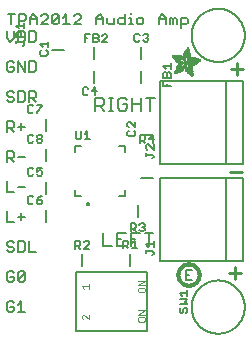
<source format=gbr>
G04 EAGLE Gerber RS-274X export*
G75*
%MOMM*%
%FSLAX34Y34*%
%LPD*%
%INSilkscreen Top*%
%IPPOS*%
%AMOC8*
5,1,8,0,0,1.08239X$1,22.5*%
G01*
%ADD10C,0.177800*%
%ADD11C,0.152400*%
%ADD12C,0.254000*%
%ADD13C,0.203200*%
%ADD14C,0.050800*%
%ADD15R,0.034300X0.003800*%
%ADD16R,0.057200X0.003800*%
%ADD17R,0.076200X0.003800*%
%ADD18R,0.091400X0.003800*%
%ADD19R,0.102900X0.003800*%
%ADD20R,0.114300X0.003900*%
%ADD21R,0.129500X0.003800*%
%ADD22R,0.137200X0.003800*%
%ADD23R,0.144800X0.003800*%
%ADD24R,0.152400X0.003800*%
%ADD25R,0.160000X0.003800*%
%ADD26R,0.171500X0.003800*%
%ADD27R,0.175300X0.003800*%
%ADD28R,0.182900X0.003800*%
%ADD29R,0.190500X0.003800*%
%ADD30R,0.194300X0.003900*%
%ADD31R,0.201900X0.003800*%
%ADD32R,0.209500X0.003800*%
%ADD33R,0.213400X0.003800*%
%ADD34R,0.221000X0.003800*%
%ADD35R,0.224800X0.003800*%
%ADD36R,0.232400X0.003800*%
%ADD37R,0.240000X0.003800*%
%ADD38R,0.243800X0.003800*%
%ADD39R,0.247600X0.003800*%
%ADD40R,0.255300X0.003900*%
%ADD41R,0.259100X0.003800*%
%ADD42R,0.262900X0.003800*%
%ADD43R,0.270500X0.003800*%
%ADD44R,0.274300X0.003800*%
%ADD45R,0.281900X0.003800*%
%ADD46R,0.285700X0.003800*%
%ADD47R,0.289500X0.003800*%
%ADD48R,0.297200X0.003800*%
%ADD49R,0.301000X0.003800*%
%ADD50R,0.304800X0.003900*%
%ADD51R,0.312400X0.003800*%
%ADD52R,0.316200X0.003800*%
%ADD53R,0.320000X0.003800*%
%ADD54R,0.327600X0.003800*%
%ADD55R,0.331500X0.003800*%
%ADD56R,0.339100X0.003800*%
%ADD57R,0.342900X0.003800*%
%ADD58R,0.346700X0.003800*%
%ADD59R,0.354300X0.003800*%
%ADD60R,0.358100X0.003900*%
%ADD61R,0.361900X0.003800*%
%ADD62R,0.369600X0.003800*%
%ADD63R,0.373400X0.003800*%
%ADD64R,0.377200X0.003800*%
%ADD65R,0.384800X0.003800*%
%ADD66R,0.388600X0.003800*%
%ADD67R,0.396200X0.003800*%
%ADD68R,0.400000X0.003800*%
%ADD69R,0.403800X0.003800*%
%ADD70R,0.411500X0.003900*%
%ADD71R,0.415300X0.003800*%
%ADD72R,0.419100X0.003800*%
%ADD73R,0.045700X0.003800*%
%ADD74R,0.426700X0.003800*%
%ADD75R,0.072400X0.003800*%
%ADD76R,0.430500X0.003800*%
%ADD77R,0.095300X0.003800*%
%ADD78R,0.438100X0.003800*%
%ADD79R,0.110500X0.003800*%
%ADD80R,0.441900X0.003800*%
%ADD81R,0.445800X0.003800*%
%ADD82R,0.144700X0.003800*%
%ADD83R,0.453400X0.003800*%
%ADD84R,0.457200X0.003800*%
%ADD85R,0.175300X0.003900*%
%ADD86R,0.461000X0.003900*%
%ADD87R,0.468600X0.003800*%
%ADD88R,0.205800X0.003800*%
%ADD89R,0.472400X0.003800*%
%ADD90R,0.217200X0.003800*%
%ADD91R,0.476200X0.003800*%
%ADD92R,0.483900X0.003800*%
%ADD93R,0.247700X0.003800*%
%ADD94R,0.487700X0.003800*%
%ADD95R,0.495300X0.003800*%
%ADD96R,0.499100X0.003800*%
%ADD97R,0.502900X0.003800*%
%ADD98R,0.510500X0.003800*%
%ADD99R,0.308600X0.003900*%
%ADD100R,0.514300X0.003900*%
%ADD101R,0.323800X0.003800*%
%ADD102R,0.518100X0.003800*%
%ADD103R,0.335300X0.003800*%
%ADD104R,0.525800X0.003800*%
%ADD105R,0.529600X0.003800*%
%ADD106R,0.358100X0.003800*%
%ADD107R,0.533400X0.003800*%
%ADD108R,0.537200X0.003800*%
%ADD109R,0.381000X0.003800*%
%ADD110R,0.544800X0.003800*%
%ADD111R,0.392400X0.003800*%
%ADD112R,0.548600X0.003800*%
%ADD113R,0.552400X0.003800*%
%ADD114R,0.556200X0.003800*%
%ADD115R,0.422900X0.003900*%
%ADD116R,0.560100X0.003900*%
%ADD117R,0.434300X0.003800*%
%ADD118R,0.563900X0.003800*%
%ADD119R,0.567700X0.003800*%
%ADD120R,0.461000X0.003800*%
%ADD121R,0.571500X0.003800*%
%ADD122R,0.575300X0.003800*%
%ADD123R,0.480100X0.003800*%
%ADD124R,0.579100X0.003800*%
%ADD125R,0.491500X0.003800*%
%ADD126R,0.582900X0.003800*%
%ADD127R,0.586700X0.003800*%
%ADD128R,0.510600X0.003800*%
%ADD129R,0.590500X0.003800*%
%ADD130R,0.522000X0.003800*%
%ADD131R,0.594300X0.003800*%
%ADD132R,0.533400X0.003900*%
%ADD133R,0.598200X0.003900*%
%ADD134R,0.541000X0.003800*%
%ADD135R,0.602000X0.003800*%
%ADD136R,0.552500X0.003800*%
%ADD137R,0.605800X0.003800*%
%ADD138R,0.560100X0.003800*%
%ADD139R,0.609600X0.003800*%
%ADD140R,0.613400X0.003800*%
%ADD141R,0.583000X0.003800*%
%ADD142R,0.617200X0.003800*%
%ADD143R,0.594400X0.003800*%
%ADD144R,0.621000X0.003800*%
%ADD145R,0.598200X0.003800*%
%ADD146R,0.624800X0.003800*%
%ADD147R,0.613500X0.003900*%
%ADD148R,0.628600X0.003900*%
%ADD149R,0.632400X0.003800*%
%ADD150R,0.628600X0.003800*%
%ADD151R,0.636300X0.003800*%
%ADD152R,0.640100X0.003800*%
%ADD153R,0.636200X0.003800*%
%ADD154R,0.643900X0.003800*%
%ADD155R,0.647700X0.003800*%
%ADD156R,0.651500X0.003800*%
%ADD157R,0.659100X0.003800*%
%ADD158R,0.659100X0.003900*%
%ADD159R,0.655300X0.003900*%
%ADD160R,0.662900X0.003800*%
%ADD161R,0.655300X0.003800*%
%ADD162R,0.670500X0.003800*%
%ADD163R,0.670600X0.003800*%
%ADD164R,0.674400X0.003800*%
%ADD165R,0.682000X0.003800*%
%ADD166R,0.666700X0.003800*%
%ADD167R,0.685800X0.003800*%
%ADD168R,0.689600X0.003800*%
%ADD169R,0.693400X0.003900*%
%ADD170R,0.674400X0.003900*%
%ADD171R,0.697200X0.003800*%
%ADD172R,0.678200X0.003800*%
%ADD173R,0.697300X0.003800*%
%ADD174R,0.701100X0.003800*%
%ADD175R,0.704900X0.003800*%
%ADD176R,0.708700X0.003800*%
%ADD177R,0.712500X0.003800*%
%ADD178R,0.716300X0.003800*%
%ADD179R,0.720100X0.003900*%
%ADD180R,0.689600X0.003900*%
%ADD181R,0.720000X0.003800*%
%ADD182R,0.693400X0.003800*%
%ADD183R,0.723900X0.003800*%
%ADD184R,0.727700X0.003800*%
%ADD185R,0.731500X0.003800*%
%ADD186R,0.701000X0.003800*%
%ADD187R,0.735300X0.003800*%
%ADD188R,0.731500X0.003900*%
%ADD189R,0.701000X0.003900*%
%ADD190R,0.704800X0.003800*%
%ADD191R,0.739100X0.003800*%
%ADD192R,0.743000X0.003800*%
%ADD193R,0.739200X0.003800*%
%ADD194R,0.743000X0.003900*%
%ADD195R,0.704800X0.003900*%
%ADD196R,0.746800X0.003800*%
%ADD197R,0.746800X0.003900*%
%ADD198R,0.742900X0.003800*%
%ADD199R,0.746700X0.003800*%
%ADD200R,0.746700X0.003900*%
%ADD201R,1.428800X0.003800*%
%ADD202R,1.424900X0.003800*%
%ADD203R,1.421100X0.003900*%
%ADD204R,1.421100X0.003800*%
%ADD205R,1.417300X0.003800*%
%ADD206R,1.413500X0.003800*%
%ADD207R,1.409700X0.003800*%
%ADD208R,1.405900X0.003800*%
%ADD209R,1.402100X0.003800*%
%ADD210R,1.398300X0.003800*%
%ADD211R,0.983000X0.003900*%
%ADD212R,0.384800X0.003900*%
%ADD213R,0.971600X0.003800*%
%ADD214R,0.963900X0.003800*%
%ADD215R,0.956300X0.003800*%
%ADD216R,0.365800X0.003800*%
%ADD217R,0.952500X0.003800*%
%ADD218R,0.941000X0.003800*%
%ADD219R,0.358200X0.003800*%
%ADD220R,0.937200X0.003800*%
%ADD221R,0.933400X0.003800*%
%ADD222R,0.354400X0.003800*%
%ADD223R,0.925800X0.003800*%
%ADD224R,0.350500X0.003800*%
%ADD225R,0.922000X0.003800*%
%ADD226R,0.918200X0.003900*%
%ADD227R,0.346700X0.003900*%
%ADD228R,0.910600X0.003800*%
%ADD229R,0.906800X0.003800*%
%ADD230R,0.903000X0.003800*%
%ADD231R,0.339000X0.003800*%
%ADD232R,0.895300X0.003800*%
%ADD233R,0.335200X0.003800*%
%ADD234R,0.887700X0.003800*%
%ADD235R,0.883900X0.003800*%
%ADD236R,0.331400X0.003800*%
%ADD237R,0.880100X0.003800*%
%ADD238R,0.876300X0.003800*%
%ADD239R,0.468600X0.003900*%
%ADD240R,0.396200X0.003900*%
%ADD241R,0.323800X0.003900*%
%ADD242R,0.449600X0.003800*%
%ADD243R,0.323900X0.003800*%
%ADD244R,0.442000X0.003800*%
%ADD245R,0.434400X0.003800*%
%ADD246R,0.320100X0.003800*%
%ADD247R,0.316300X0.003800*%
%ADD248R,0.426800X0.003800*%
%ADD249R,0.327700X0.003800*%
%ADD250R,0.312500X0.003800*%
%ADD251R,0.422900X0.003800*%
%ADD252R,0.308600X0.003800*%
%ADD253R,0.293400X0.003800*%
%ADD254R,0.304800X0.003800*%
%ADD255R,0.419100X0.003900*%
%ADD256R,0.285700X0.003900*%
%ADD257R,0.301000X0.003900*%
%ADD258R,0.411500X0.003800*%
%ADD259R,0.407700X0.003800*%
%ADD260R,0.289600X0.003800*%
%ADD261R,0.285800X0.003800*%
%ADD262R,0.403900X0.003800*%
%ADD263R,0.228600X0.003800*%
%ADD264R,0.403900X0.003900*%
%ADD265R,0.221000X0.003900*%
%ADD266R,0.278100X0.003900*%
%ADD267R,0.400100X0.003800*%
%ADD268R,0.209600X0.003800*%
%ADD269R,0.266700X0.003800*%
%ADD270R,0.038100X0.003800*%
%ADD271R,0.194300X0.003800*%
%ADD272R,0.148600X0.003800*%
%ADD273R,0.259000X0.003800*%
%ADD274R,0.182800X0.003800*%
%ADD275R,0.186700X0.003800*%
%ADD276R,0.251400X0.003800*%
%ADD277R,0.179100X0.003800*%
%ADD278R,0.236200X0.003800*%
%ADD279R,0.243900X0.003900*%
%ADD280R,0.282000X0.003900*%
%ADD281R,0.167700X0.003800*%
%ADD282R,0.236300X0.003800*%
%ADD283R,0.396300X0.003800*%
%ADD284R,0.163900X0.003800*%
%ADD285R,0.392500X0.003800*%
%ADD286R,0.160100X0.003800*%
%ADD287R,0.586800X0.003800*%
%ADD288R,0.148500X0.003800*%
%ADD289R,0.140900X0.003800*%
%ADD290R,0.392400X0.003900*%
%ADD291R,0.140900X0.003900*%
%ADD292R,0.647700X0.003900*%
%ADD293R,0.133300X0.003800*%
%ADD294R,0.674300X0.003800*%
%ADD295R,0.388700X0.003800*%
%ADD296R,0.125700X0.003800*%
%ADD297R,0.121900X0.003800*%
%ADD298R,0.720100X0.003800*%
%ADD299R,0.118100X0.003800*%
%ADD300R,0.118100X0.003900*%
%ADD301R,0.739100X0.003900*%
%ADD302R,0.114300X0.003800*%
%ADD303R,0.754400X0.003800*%
%ADD304R,0.765800X0.003800*%
%ADD305R,0.773400X0.003800*%
%ADD306R,0.784800X0.003800*%
%ADD307R,0.118200X0.003800*%
%ADD308R,0.792500X0.003800*%
%ADD309R,0.803900X0.003800*%
%ADD310R,0.122000X0.003800*%
%ADD311R,0.815400X0.003800*%
%ADD312R,0.125800X0.003800*%
%ADD313R,0.826800X0.003800*%
%ADD314R,0.369500X0.003900*%
%ADD315R,0.133400X0.003900*%
%ADD316R,0.842000X0.003900*%
%ADD317R,0.365700X0.003800*%
%ADD318R,1.009700X0.003800*%
%ADD319R,1.013500X0.003800*%
%ADD320R,0.362000X0.003800*%
%ADD321R,1.024900X0.003800*%
%ADD322R,1.028700X0.003800*%
%ADD323R,1.036300X0.003800*%
%ADD324R,1.047800X0.003800*%
%ADD325R,1.055400X0.003800*%
%ADD326R,1.070600X0.003800*%
%ADD327R,0.030500X0.003800*%
%ADD328R,1.436400X0.003800*%
%ADD329R,1.562100X0.003900*%
%ADD330R,1.588700X0.003800*%
%ADD331R,1.607800X0.003800*%
%ADD332R,1.626900X0.003800*%
%ADD333R,1.642100X0.003800*%
%ADD334R,1.657400X0.003800*%
%ADD335R,1.676400X0.003800*%
%ADD336R,1.687800X0.003800*%
%ADD337R,1.703000X0.003800*%
%ADD338R,1.714500X0.003800*%
%ADD339R,1.726000X0.003900*%
%ADD340R,1.741200X0.003800*%
%ADD341R,0.914400X0.003800*%
%ADD342R,0.769600X0.003800*%
%ADD343R,0.884000X0.003800*%
%ADD344R,0.712400X0.003800*%
%ADD345R,0.880100X0.003900*%
%ADD346R,0.887800X0.003800*%
%ADD347R,0.891600X0.003800*%
%ADD348R,0.895400X0.003800*%
%ADD349R,0.251500X0.003800*%
%ADD350R,0.579200X0.003900*%
%ADD351R,0.243900X0.003800*%
%ADD352R,0.556300X0.003800*%
%ADD353R,0.255200X0.003800*%
%ADD354R,0.529500X0.003800*%
%ADD355R,0.731600X0.003800*%
%ADD356R,0.525800X0.003900*%
%ADD357R,0.281900X0.003900*%
%ADD358R,0.735400X0.003900*%
%ADD359R,0.300900X0.003800*%
%ADD360R,0.762000X0.003800*%
%ADD361R,0.518200X0.003800*%
%ADD362R,0.350600X0.003800*%
%ADD363R,0.796300X0.003800*%
%ADD364R,0.807800X0.003800*%
%ADD365R,0.506700X0.003800*%
%ADD366R,0.849600X0.003800*%
%ADD367R,0.506700X0.003900*%
%ADD368R,1.371600X0.003900*%
%ADD369R,1.207800X0.003800*%
%ADD370R,0.503000X0.003800*%
%ADD371R,0.141000X0.003800*%
%ADD372R,1.203900X0.003800*%
%ADD373R,1.204000X0.003800*%
%ADD374R,1.200200X0.003800*%
%ADD375R,0.499100X0.003900*%
%ADD376R,0.156200X0.003900*%
%ADD377R,1.196400X0.003900*%
%ADD378R,1.196400X0.003800*%
%ADD379R,0.163800X0.003800*%
%ADD380R,0.167600X0.003800*%
%ADD381R,1.192500X0.003800*%
%ADD382R,0.499200X0.003800*%
%ADD383R,1.188700X0.003800*%
%ADD384R,0.506800X0.003800*%
%ADD385R,1.184900X0.003800*%
%ADD386R,0.510600X0.003900*%
%ADD387R,0.209600X0.003900*%
%ADD388R,1.181100X0.003900*%
%ADD389R,0.514400X0.003800*%
%ADD390R,1.181100X0.003800*%
%ADD391R,1.177300X0.003800*%
%ADD392R,0.240100X0.003800*%
%ADD393R,1.173500X0.003800*%
%ADD394R,1.169700X0.003800*%
%ADD395R,1.165900X0.003800*%
%ADD396R,1.162100X0.003800*%
%ADD397R,0.929700X0.003900*%
%ADD398R,1.162100X0.003900*%
%ADD399R,0.929700X0.003800*%
%ADD400R,1.154500X0.003800*%
%ADD401R,0.933500X0.003800*%
%ADD402R,1.150600X0.003800*%
%ADD403R,0.937300X0.003800*%
%ADD404R,1.146800X0.003800*%
%ADD405R,0.941100X0.003800*%
%ADD406R,1.139200X0.003800*%
%ADD407R,0.944900X0.003800*%
%ADD408R,1.135400X0.003800*%
%ADD409R,0.948700X0.003800*%
%ADD410R,1.127800X0.003800*%
%ADD411R,1.124000X0.003800*%
%ADD412R,1.116400X0.003800*%
%ADD413R,0.956300X0.003900*%
%ADD414R,1.104900X0.003900*%
%ADD415R,0.960100X0.003800*%
%ADD416R,1.093500X0.003800*%
%ADD417R,1.085900X0.003800*%
%ADD418R,0.967800X0.003800*%
%ADD419R,1.074500X0.003800*%
%ADD420R,1.063000X0.003800*%
%ADD421R,0.975400X0.003800*%
%ADD422R,1.036400X0.003800*%
%ADD423R,0.979200X0.003800*%
%ADD424R,1.021000X0.003800*%
%ADD425R,0.983000X0.003800*%
%ADD426R,1.009600X0.003800*%
%ADD427R,0.986800X0.003800*%
%ADD428R,0.998200X0.003800*%
%ADD429R,0.990600X0.003900*%
%ADD430R,0.986700X0.003900*%
%ADD431R,0.994400X0.003800*%
%ADD432R,0.975300X0.003800*%
%ADD433R,0.948600X0.003800*%
%ADD434R,1.002000X0.003800*%
%ADD435R,0.213300X0.003800*%
%ADD436R,0.217100X0.003800*%
%ADD437R,1.017300X0.003800*%
%ADD438R,0.666800X0.003800*%
%ADD439R,0.220900X0.003800*%
%ADD440R,1.028700X0.003900*%
%ADD441R,0.224700X0.003900*%
%ADD442R,1.032500X0.003800*%
%ADD443R,1.040100X0.003800*%
%ADD444R,1.043900X0.003800*%
%ADD445R,0.548700X0.003800*%
%ADD446R,1.051500X0.003800*%
%ADD447R,1.055300X0.003800*%
%ADD448R,1.059100X0.003800*%
%ADD449R,1.062900X0.003800*%
%ADD450R,0.255300X0.003800*%
%ADD451R,1.066800X0.003900*%
%ADD452R,0.259100X0.003900*%
%ADD453R,0.457200X0.003900*%
%ADD454R,0.423000X0.003800*%
%ADD455R,1.082100X0.003800*%
%ADD456R,0.274400X0.003800*%
%ADD457R,0.278200X0.003800*%
%ADD458R,1.101100X0.003800*%
%ADD459R,0.278100X0.003800*%
%ADD460R,0.876300X0.003900*%
%ADD461R,0.236200X0.003900*%
%ADD462R,0.289600X0.003900*%
%ADD463R,0.247700X0.003900*%
%ADD464R,0.049500X0.003800*%
%ADD465R,0.640100X0.003900*%
%ADD466R,0.659200X0.003800*%
%ADD467R,0.663000X0.003800*%
%ADD468R,0.872500X0.003900*%
%ADD469R,0.666800X0.003900*%
%ADD470R,0.872500X0.003800*%
%ADD471R,0.868700X0.003800*%
%ADD472R,0.864900X0.003800*%
%ADD473R,0.861100X0.003800*%
%ADD474R,0.857300X0.003800*%
%ADD475R,0.853400X0.003800*%
%ADD476R,0.845800X0.003800*%
%ADD477R,0.682000X0.003900*%
%ADD478R,0.842000X0.003800*%
%ADD479R,0.834400X0.003800*%
%ADD480R,0.823000X0.003800*%
%ADD481R,0.815300X0.003800*%
%ADD482R,0.811500X0.003800*%
%ADD483R,0.788700X0.003800*%
%ADD484R,0.777300X0.003900*%
%ADD485R,0.750600X0.003800*%
%ADD486R,0.735400X0.003800*%
%ADD487R,0.727800X0.003800*%
%ADD488R,0.628700X0.003800*%
%ADD489R,0.575400X0.003800*%
%ADD490R,0.670600X0.003900*%
%ADD491R,0.655400X0.003800*%
%ADD492R,0.651500X0.003900*%
%ADD493R,0.624800X0.003900*%
%ADD494R,0.594400X0.003900*%
%ADD495R,0.563900X0.003900*%
%ADD496R,0.541100X0.003800*%
%ADD497R,0.537300X0.003800*%
%ADD498R,0.525700X0.003800*%
%ADD499R,0.525700X0.003900*%
%ADD500R,0.514300X0.003800*%
%ADD501R,0.480100X0.003900*%
%ADD502R,0.464800X0.003800*%
%ADD503R,0.442000X0.003900*%
%ADD504R,0.438200X0.003800*%
%ADD505R,0.430600X0.003800*%
%ADD506R,0.407600X0.003800*%
%ADD507R,0.403800X0.003900*%
%ADD508R,0.365700X0.003900*%
%ADD509R,0.327700X0.003900*%
%ADD510R,0.243800X0.003900*%
%ADD511R,0.205800X0.003900*%
%ADD512R,0.198100X0.003800*%
%ADD513R,0.163800X0.003900*%
%ADD514R,0.137100X0.003800*%
%ADD515R,0.091500X0.003900*%
%ADD516R,0.060900X0.003800*%
%ADD517C,0.304800*%


D10*
X100987Y191389D02*
X100987Y202320D01*
X106453Y202320D01*
X108275Y200498D01*
X108275Y196855D01*
X106453Y195033D01*
X100987Y195033D01*
X104631Y195033D02*
X108275Y191389D01*
X112681Y191389D02*
X116325Y191389D01*
X114503Y191389D02*
X114503Y202320D01*
X112681Y202320D02*
X116325Y202320D01*
X125943Y202320D02*
X127765Y200498D01*
X125943Y202320D02*
X122299Y202320D01*
X120477Y200498D01*
X120477Y193211D01*
X122299Y191389D01*
X125943Y191389D01*
X127765Y193211D01*
X127765Y196855D01*
X124121Y196855D01*
X132171Y202320D02*
X132171Y191389D01*
X132171Y196855D02*
X139458Y196855D01*
X139458Y202320D02*
X139458Y191389D01*
X147509Y191389D02*
X147509Y202320D01*
X151152Y202320D02*
X143865Y202320D01*
X107783Y88020D02*
X107783Y77089D01*
X115071Y77089D01*
X119477Y88020D02*
X126765Y88020D01*
X119477Y88020D02*
X119477Y77089D01*
X126765Y77089D01*
X123121Y82555D02*
X119477Y82555D01*
X131171Y88020D02*
X131171Y77089D01*
X131171Y88020D02*
X138459Y88020D01*
X134815Y82555D02*
X131171Y82555D01*
X146509Y77089D02*
X146509Y88020D01*
X150152Y88020D02*
X142865Y88020D01*
D11*
X26162Y252563D02*
X26162Y258325D01*
X26162Y252563D02*
X29043Y249682D01*
X31924Y252563D01*
X31924Y258325D01*
X35517Y258325D02*
X35517Y249682D01*
X39839Y249682D01*
X41279Y251123D01*
X41279Y256885D01*
X39839Y258325D01*
X35517Y258325D01*
X44872Y258325D02*
X44872Y249682D01*
X49194Y249682D01*
X50635Y251123D01*
X50635Y256885D01*
X49194Y258325D01*
X44872Y258325D01*
X30484Y232925D02*
X31924Y231485D01*
X30484Y232925D02*
X27603Y232925D01*
X26162Y231485D01*
X26162Y225723D01*
X27603Y224282D01*
X30484Y224282D01*
X31924Y225723D01*
X31924Y228604D01*
X29043Y228604D01*
X35517Y232925D02*
X35517Y224282D01*
X41279Y224282D02*
X35517Y232925D01*
X41279Y232925D02*
X41279Y224282D01*
X44872Y224282D02*
X44872Y232925D01*
X44872Y224282D02*
X49194Y224282D01*
X50635Y225723D01*
X50635Y231485D01*
X49194Y232925D01*
X44872Y232925D01*
X26162Y182125D02*
X26162Y173482D01*
X26162Y182125D02*
X30484Y182125D01*
X31924Y180685D01*
X31924Y177804D01*
X30484Y176363D01*
X26162Y176363D01*
X29043Y176363D02*
X31924Y173482D01*
X35517Y177804D02*
X41279Y177804D01*
X38398Y180685D02*
X38398Y174923D01*
X26162Y156725D02*
X26162Y148082D01*
X26162Y156725D02*
X30484Y156725D01*
X31924Y155285D01*
X31924Y152404D01*
X30484Y150963D01*
X26162Y150963D01*
X29043Y150963D02*
X31924Y148082D01*
X35517Y152404D02*
X41279Y152404D01*
X26162Y131325D02*
X26162Y122682D01*
X31924Y122682D01*
X35517Y127004D02*
X41279Y127004D01*
X26162Y105925D02*
X26162Y97282D01*
X31924Y97282D01*
X35517Y101604D02*
X41279Y101604D01*
X38398Y104485D02*
X38398Y98723D01*
X30484Y80525D02*
X31924Y79085D01*
X30484Y80525D02*
X27603Y80525D01*
X26162Y79085D01*
X26162Y77644D01*
X27603Y76204D01*
X30484Y76204D01*
X31924Y74763D01*
X31924Y73323D01*
X30484Y71882D01*
X27603Y71882D01*
X26162Y73323D01*
X35517Y71882D02*
X35517Y80525D01*
X35517Y71882D02*
X39839Y71882D01*
X41279Y73323D01*
X41279Y79085D01*
X39839Y80525D01*
X35517Y80525D01*
X44872Y80525D02*
X44872Y71882D01*
X50635Y71882D01*
X31924Y206085D02*
X30484Y207525D01*
X27603Y207525D01*
X26162Y206085D01*
X26162Y204644D01*
X27603Y203204D01*
X30484Y203204D01*
X31924Y201763D01*
X31924Y200323D01*
X30484Y198882D01*
X27603Y198882D01*
X26162Y200323D01*
X35517Y198882D02*
X35517Y207525D01*
X35517Y198882D02*
X39839Y198882D01*
X41279Y200323D01*
X41279Y206085D01*
X39839Y207525D01*
X35517Y207525D01*
X44872Y207525D02*
X44872Y198882D01*
X44872Y207525D02*
X49194Y207525D01*
X50635Y206085D01*
X50635Y203204D01*
X49194Y201763D01*
X44872Y201763D01*
X47754Y201763D02*
X50635Y198882D01*
X30484Y55125D02*
X31924Y53685D01*
X30484Y55125D02*
X27603Y55125D01*
X26162Y53685D01*
X26162Y47923D01*
X27603Y46482D01*
X30484Y46482D01*
X31924Y47923D01*
X31924Y50804D01*
X29043Y50804D01*
X35517Y47923D02*
X35517Y53685D01*
X36958Y55125D01*
X39839Y55125D01*
X41279Y53685D01*
X41279Y47923D01*
X39839Y46482D01*
X36958Y46482D01*
X35517Y47923D01*
X41279Y53685D01*
X30484Y29725D02*
X31924Y28285D01*
X30484Y29725D02*
X27603Y29725D01*
X26162Y28285D01*
X26162Y22523D01*
X27603Y21082D01*
X30484Y21082D01*
X31924Y22523D01*
X31924Y25404D01*
X29043Y25404D01*
X35517Y26844D02*
X38398Y29725D01*
X38398Y21082D01*
X35517Y21082D02*
X41279Y21082D01*
X29728Y264287D02*
X29728Y272930D01*
X26847Y272930D02*
X32609Y272930D01*
X36202Y272930D02*
X36202Y264287D01*
X36202Y272930D02*
X40524Y272930D01*
X41964Y271490D01*
X41964Y268609D01*
X40524Y267168D01*
X36202Y267168D01*
X45557Y264287D02*
X45557Y270049D01*
X48439Y272930D01*
X51320Y270049D01*
X51320Y264287D01*
X51320Y268609D02*
X45557Y268609D01*
X54913Y264287D02*
X60675Y264287D01*
X54913Y264287D02*
X60675Y270049D01*
X60675Y271490D01*
X59234Y272930D01*
X56353Y272930D01*
X54913Y271490D01*
X64268Y271490D02*
X64268Y265728D01*
X64268Y271490D02*
X65708Y272930D01*
X68589Y272930D01*
X70030Y271490D01*
X70030Y265728D01*
X68589Y264287D01*
X65708Y264287D01*
X64268Y265728D01*
X70030Y271490D01*
X73623Y270049D02*
X76504Y272930D01*
X76504Y264287D01*
X73623Y264287D02*
X79385Y264287D01*
X82978Y264287D02*
X88740Y264287D01*
X82978Y264287D02*
X88740Y270049D01*
X88740Y271490D01*
X87300Y272930D01*
X84419Y272930D01*
X82978Y271490D01*
X101689Y270049D02*
X101689Y264287D01*
X101689Y270049D02*
X104570Y272930D01*
X107451Y270049D01*
X107451Y264287D01*
X107451Y268609D02*
X101689Y268609D01*
X111044Y270049D02*
X111044Y265728D01*
X112484Y264287D01*
X116806Y264287D01*
X116806Y270049D01*
X126161Y272930D02*
X126161Y264287D01*
X121839Y264287D01*
X120399Y265728D01*
X120399Y268609D01*
X121839Y270049D01*
X126161Y270049D01*
X129754Y270049D02*
X131195Y270049D01*
X131195Y264287D01*
X132635Y264287D02*
X129754Y264287D01*
X131195Y272930D02*
X131195Y274371D01*
X137431Y264287D02*
X140313Y264287D01*
X141753Y265728D01*
X141753Y268609D01*
X140313Y270049D01*
X137431Y270049D01*
X135991Y268609D01*
X135991Y265728D01*
X137431Y264287D01*
X154701Y264287D02*
X154701Y270049D01*
X157582Y272930D01*
X160463Y270049D01*
X160463Y264287D01*
X160463Y268609D02*
X154701Y268609D01*
X164056Y270049D02*
X164056Y264287D01*
X164056Y270049D02*
X165497Y270049D01*
X166938Y268609D01*
X166938Y264287D01*
X166938Y268609D02*
X168378Y270049D01*
X169819Y268609D01*
X169819Y264287D01*
X173412Y261406D02*
X173412Y270049D01*
X177733Y270049D01*
X179174Y268609D01*
X179174Y265728D01*
X177733Y264287D01*
X173412Y264287D01*
D12*
X220664Y231599D02*
X220664Y221430D01*
X225748Y226514D02*
X215579Y226514D01*
X219394Y58979D02*
X219394Y48810D01*
X224478Y53894D02*
X214309Y53894D01*
X214738Y139677D02*
X224907Y139677D01*
D13*
X89000Y161000D02*
X84000Y161000D01*
X84000Y156000D01*
X121000Y161000D02*
X126000Y161000D01*
X126000Y156000D01*
X84000Y124000D02*
X84000Y119000D01*
X89000Y119000D01*
X121000Y119000D02*
X126000Y119000D01*
X126000Y124000D01*
X93744Y112394D02*
X93746Y112461D01*
X93752Y112528D01*
X93762Y112595D01*
X93776Y112661D01*
X93794Y112726D01*
X93815Y112790D01*
X93840Y112852D01*
X93869Y112913D01*
X93902Y112972D01*
X93938Y113029D01*
X93977Y113083D01*
X94019Y113136D01*
X94065Y113185D01*
X94113Y113232D01*
X94164Y113276D01*
X94218Y113317D01*
X94274Y113355D01*
X94332Y113389D01*
X94391Y113420D01*
X94453Y113447D01*
X94516Y113470D01*
X94581Y113490D01*
X94646Y113506D01*
X94712Y113518D01*
X94779Y113526D01*
X94846Y113530D01*
X94914Y113530D01*
X94981Y113526D01*
X95048Y113518D01*
X95114Y113506D01*
X95179Y113490D01*
X95244Y113470D01*
X95307Y113447D01*
X95369Y113420D01*
X95428Y113389D01*
X95486Y113355D01*
X95542Y113317D01*
X95596Y113276D01*
X95647Y113232D01*
X95695Y113185D01*
X95741Y113136D01*
X95783Y113083D01*
X95822Y113029D01*
X95858Y112972D01*
X95891Y112913D01*
X95920Y112852D01*
X95945Y112790D01*
X95966Y112726D01*
X95984Y112661D01*
X95998Y112595D01*
X96008Y112528D01*
X96014Y112461D01*
X96016Y112394D01*
X96014Y112327D01*
X96008Y112260D01*
X95998Y112193D01*
X95984Y112127D01*
X95966Y112062D01*
X95945Y111998D01*
X95920Y111936D01*
X95891Y111875D01*
X95858Y111816D01*
X95822Y111759D01*
X95783Y111705D01*
X95741Y111652D01*
X95695Y111603D01*
X95647Y111556D01*
X95596Y111512D01*
X95542Y111471D01*
X95486Y111433D01*
X95428Y111399D01*
X95369Y111368D01*
X95307Y111341D01*
X95244Y111318D01*
X95179Y111298D01*
X95114Y111282D01*
X95048Y111270D01*
X94981Y111262D01*
X94914Y111258D01*
X94846Y111258D01*
X94779Y111262D01*
X94712Y111270D01*
X94646Y111282D01*
X94581Y111298D01*
X94516Y111318D01*
X94453Y111341D01*
X94391Y111368D01*
X94332Y111399D01*
X94274Y111433D01*
X94218Y111471D01*
X94164Y111512D01*
X94113Y111556D01*
X94065Y111603D01*
X94019Y111652D01*
X93977Y111705D01*
X93938Y111759D01*
X93902Y111816D01*
X93869Y111875D01*
X93840Y111936D01*
X93815Y111998D01*
X93794Y112062D01*
X93776Y112127D01*
X93762Y112193D01*
X93752Y112260D01*
X93746Y112327D01*
X93744Y112394D01*
D11*
X84522Y168184D02*
X84522Y173692D01*
X84522Y168184D02*
X85624Y167082D01*
X87827Y167082D01*
X88928Y168184D01*
X88928Y173692D01*
X92006Y171488D02*
X94209Y173692D01*
X94209Y167082D01*
X92006Y167082D02*
X96413Y167082D01*
D13*
X130000Y70080D02*
X130000Y59920D01*
D11*
X124567Y74667D02*
X124567Y81277D01*
X127872Y81277D01*
X128973Y80175D01*
X128973Y77972D01*
X127872Y76870D01*
X124567Y76870D01*
X126770Y76870D02*
X128973Y74667D01*
X132051Y79073D02*
X134254Y81277D01*
X134254Y74667D01*
X132051Y74667D02*
X136458Y74667D01*
D13*
X90000Y70080D02*
X90000Y59920D01*
D11*
X83887Y74287D02*
X83887Y80897D01*
X87192Y80897D01*
X88293Y79795D01*
X88293Y77592D01*
X87192Y76490D01*
X83887Y76490D01*
X86090Y76490D02*
X88293Y74287D01*
X91371Y74287D02*
X95778Y74287D01*
X95778Y78693D02*
X91371Y74287D01*
X95778Y78693D02*
X95778Y79795D01*
X94676Y80897D01*
X92473Y80897D01*
X91371Y79795D01*
D13*
X140000Y214920D02*
X140000Y225080D01*
D11*
X158263Y211847D02*
X164873Y211847D01*
X158263Y211847D02*
X158263Y216253D01*
X161568Y214050D02*
X161568Y211847D01*
X164873Y219331D02*
X158263Y219331D01*
X158263Y222636D01*
X159365Y223738D01*
X160467Y223738D01*
X161568Y222636D01*
X162670Y223738D01*
X163771Y223738D01*
X164873Y222636D01*
X164873Y219331D01*
X161568Y219331D02*
X161568Y222636D01*
X160467Y226815D02*
X158263Y229019D01*
X164873Y229019D01*
X164873Y231222D02*
X164873Y226815D01*
D13*
X100000Y234920D02*
X100000Y245080D01*
D11*
X91887Y249287D02*
X91887Y255897D01*
X96293Y255897D01*
X94090Y252592D02*
X91887Y252592D01*
X99371Y249287D02*
X99371Y255897D01*
X102676Y255897D01*
X103778Y254795D01*
X103778Y253693D01*
X102676Y252592D01*
X103778Y251490D01*
X103778Y250389D01*
X102676Y249287D01*
X99371Y249287D01*
X99371Y252592D02*
X102676Y252592D01*
X106855Y249287D02*
X111262Y249287D01*
X111262Y253693D02*
X106855Y249287D01*
X111262Y253693D02*
X111262Y254795D01*
X110160Y255897D01*
X107957Y255897D01*
X106855Y254795D01*
D13*
X74080Y243000D02*
X63920Y243000D01*
D11*
X55205Y242293D02*
X54103Y241192D01*
X54103Y238989D01*
X55205Y237887D01*
X59611Y237887D01*
X60713Y238989D01*
X60713Y241192D01*
X59611Y242293D01*
X56307Y245371D02*
X54103Y247574D01*
X60713Y247574D01*
X60713Y245371D02*
X60713Y249778D01*
D13*
X137000Y111080D02*
X137000Y100920D01*
D11*
X130887Y95897D02*
X130887Y89287D01*
X130887Y95897D02*
X134192Y95897D01*
X135293Y94795D01*
X135293Y92592D01*
X134192Y91490D01*
X130887Y91490D01*
X133090Y91490D02*
X135293Y89287D01*
X138371Y94795D02*
X139473Y95897D01*
X141676Y95897D01*
X142778Y94795D01*
X142778Y93693D01*
X141676Y92592D01*
X140574Y92592D01*
X141676Y92592D02*
X142778Y91490D01*
X142778Y90389D01*
X141676Y89287D01*
X139473Y89287D01*
X138371Y90389D01*
D13*
X139920Y134000D02*
X150080Y134000D01*
D11*
X139097Y163737D02*
X139097Y170347D01*
X142402Y170347D01*
X143503Y169245D01*
X143503Y167042D01*
X142402Y165940D01*
X139097Y165940D01*
X141300Y165940D02*
X143503Y163737D01*
X149886Y163737D02*
X149886Y170347D01*
X146581Y167042D01*
X150988Y167042D01*
D13*
X150080Y171000D02*
X139920Y171000D01*
D11*
X129205Y174293D02*
X128103Y173192D01*
X128103Y170989D01*
X129205Y169887D01*
X133611Y169887D01*
X134713Y170989D01*
X134713Y173192D01*
X133611Y174293D01*
X134713Y177371D02*
X134713Y181778D01*
X130307Y181778D02*
X134713Y177371D01*
X130307Y181778D02*
X129205Y181778D01*
X128103Y180676D01*
X128103Y178473D01*
X129205Y177371D01*
X40654Y247173D02*
X39552Y246072D01*
X40654Y247173D02*
X40654Y248275D01*
X39552Y249376D01*
X34044Y249376D01*
X34044Y248275D02*
X34044Y250478D01*
X34044Y253556D02*
X40654Y253556D01*
X34044Y253556D02*
X34044Y256861D01*
X35146Y257962D01*
X37349Y257962D01*
X38451Y256861D01*
X38451Y253556D01*
X36248Y261040D02*
X34044Y263243D01*
X40654Y263243D01*
X40654Y261040D02*
X40654Y265446D01*
D13*
X140000Y245080D02*
X140000Y234920D01*
D11*
X138493Y255275D02*
X137392Y256377D01*
X135189Y256377D01*
X134087Y255275D01*
X134087Y250869D01*
X135189Y249767D01*
X137392Y249767D01*
X138493Y250869D01*
X141571Y255275D02*
X142673Y256377D01*
X144876Y256377D01*
X145978Y255275D01*
X145978Y254173D01*
X144876Y253072D01*
X143774Y253072D01*
X144876Y253072D02*
X145978Y251970D01*
X145978Y250869D01*
X144876Y249767D01*
X142673Y249767D01*
X141571Y250869D01*
D13*
X100000Y225080D02*
X100000Y214920D01*
D11*
X94773Y209915D02*
X93672Y211017D01*
X91469Y211017D01*
X90367Y209915D01*
X90367Y205509D01*
X91469Y204407D01*
X93672Y204407D01*
X94773Y205509D01*
X101156Y204407D02*
X101156Y211017D01*
X97851Y207712D01*
X102258Y207712D01*
D13*
X156000Y64000D02*
X212000Y64000D01*
X226000Y64000D01*
X226000Y134000D01*
X212000Y134000D01*
X156000Y134000D01*
X156000Y64000D01*
X212000Y64000D02*
X212000Y134000D01*
D11*
X150338Y69864D02*
X149236Y68762D01*
X150338Y69864D02*
X150338Y70965D01*
X149236Y72067D01*
X143728Y72067D01*
X143728Y73168D02*
X143728Y70965D01*
X145932Y76246D02*
X143728Y78449D01*
X150338Y78449D01*
X150338Y76246D02*
X150338Y80653D01*
D13*
X156000Y146000D02*
X212000Y146000D01*
X226000Y146000D01*
X226000Y216000D01*
X212000Y216000D01*
X156000Y216000D01*
X156000Y146000D01*
X212000Y146000D02*
X212000Y216000D01*
D11*
X150338Y151864D02*
X149236Y150762D01*
X150338Y151864D02*
X150338Y152965D01*
X149236Y154067D01*
X143728Y154067D01*
X143728Y155168D02*
X143728Y152965D01*
X150338Y158246D02*
X150338Y162653D01*
X145932Y162653D02*
X150338Y158246D01*
X145932Y162653D02*
X144830Y162653D01*
X143728Y161551D01*
X143728Y159348D01*
X144830Y158246D01*
D13*
X182500Y25000D02*
X182507Y25552D01*
X182527Y26104D01*
X182561Y26655D01*
X182608Y27205D01*
X182669Y27754D01*
X182744Y28301D01*
X182831Y28847D01*
X182932Y29390D01*
X183047Y29930D01*
X183174Y30467D01*
X183315Y31001D01*
X183469Y31531D01*
X183636Y32058D01*
X183815Y32580D01*
X184008Y33098D01*
X184213Y33610D01*
X184430Y34118D01*
X184660Y34620D01*
X184902Y35116D01*
X185157Y35606D01*
X185423Y36090D01*
X185701Y36567D01*
X185991Y37037D01*
X186292Y37500D01*
X186604Y37956D01*
X186928Y38403D01*
X187262Y38843D01*
X187607Y39274D01*
X187963Y39696D01*
X188329Y40110D01*
X188704Y40515D01*
X189090Y40910D01*
X189485Y41296D01*
X189890Y41671D01*
X190304Y42037D01*
X190726Y42393D01*
X191157Y42738D01*
X191597Y43072D01*
X192044Y43396D01*
X192500Y43708D01*
X192963Y44009D01*
X193433Y44299D01*
X193910Y44577D01*
X194394Y44843D01*
X194884Y45098D01*
X195380Y45340D01*
X195882Y45570D01*
X196390Y45787D01*
X196902Y45992D01*
X197420Y46185D01*
X197942Y46364D01*
X198469Y46531D01*
X198999Y46685D01*
X199533Y46826D01*
X200070Y46953D01*
X200610Y47068D01*
X201153Y47169D01*
X201699Y47256D01*
X202246Y47331D01*
X202795Y47392D01*
X203345Y47439D01*
X203896Y47473D01*
X204448Y47493D01*
X205000Y47500D01*
X205552Y47493D01*
X206104Y47473D01*
X206655Y47439D01*
X207205Y47392D01*
X207754Y47331D01*
X208301Y47256D01*
X208847Y47169D01*
X209390Y47068D01*
X209930Y46953D01*
X210467Y46826D01*
X211001Y46685D01*
X211531Y46531D01*
X212058Y46364D01*
X212580Y46185D01*
X213098Y45992D01*
X213610Y45787D01*
X214118Y45570D01*
X214620Y45340D01*
X215116Y45098D01*
X215606Y44843D01*
X216090Y44577D01*
X216567Y44299D01*
X217037Y44009D01*
X217500Y43708D01*
X217956Y43396D01*
X218403Y43072D01*
X218843Y42738D01*
X219274Y42393D01*
X219696Y42037D01*
X220110Y41671D01*
X220515Y41296D01*
X220910Y40910D01*
X221296Y40515D01*
X221671Y40110D01*
X222037Y39696D01*
X222393Y39274D01*
X222738Y38843D01*
X223072Y38403D01*
X223396Y37956D01*
X223708Y37500D01*
X224009Y37037D01*
X224299Y36567D01*
X224577Y36090D01*
X224843Y35606D01*
X225098Y35116D01*
X225340Y34620D01*
X225570Y34118D01*
X225787Y33610D01*
X225992Y33098D01*
X226185Y32580D01*
X226364Y32058D01*
X226531Y31531D01*
X226685Y31001D01*
X226826Y30467D01*
X226953Y29930D01*
X227068Y29390D01*
X227169Y28847D01*
X227256Y28301D01*
X227331Y27754D01*
X227392Y27205D01*
X227439Y26655D01*
X227473Y26104D01*
X227493Y25552D01*
X227500Y25000D01*
X227493Y24448D01*
X227473Y23896D01*
X227439Y23345D01*
X227392Y22795D01*
X227331Y22246D01*
X227256Y21699D01*
X227169Y21153D01*
X227068Y20610D01*
X226953Y20070D01*
X226826Y19533D01*
X226685Y18999D01*
X226531Y18469D01*
X226364Y17942D01*
X226185Y17420D01*
X225992Y16902D01*
X225787Y16390D01*
X225570Y15882D01*
X225340Y15380D01*
X225098Y14884D01*
X224843Y14394D01*
X224577Y13910D01*
X224299Y13433D01*
X224009Y12963D01*
X223708Y12500D01*
X223396Y12044D01*
X223072Y11597D01*
X222738Y11157D01*
X222393Y10726D01*
X222037Y10304D01*
X221671Y9890D01*
X221296Y9485D01*
X220910Y9090D01*
X220515Y8704D01*
X220110Y8329D01*
X219696Y7963D01*
X219274Y7607D01*
X218843Y7262D01*
X218403Y6928D01*
X217956Y6604D01*
X217500Y6292D01*
X217037Y5991D01*
X216567Y5701D01*
X216090Y5423D01*
X215606Y5157D01*
X215116Y4902D01*
X214620Y4660D01*
X214118Y4430D01*
X213610Y4213D01*
X213098Y4008D01*
X212580Y3815D01*
X212058Y3636D01*
X211531Y3469D01*
X211001Y3315D01*
X210467Y3174D01*
X209930Y3047D01*
X209390Y2932D01*
X208847Y2831D01*
X208301Y2744D01*
X207754Y2669D01*
X207205Y2608D01*
X206655Y2561D01*
X206104Y2527D01*
X205552Y2507D01*
X205000Y2500D01*
X204448Y2507D01*
X203896Y2527D01*
X203345Y2561D01*
X202795Y2608D01*
X202246Y2669D01*
X201699Y2744D01*
X201153Y2831D01*
X200610Y2932D01*
X200070Y3047D01*
X199533Y3174D01*
X198999Y3315D01*
X198469Y3469D01*
X197942Y3636D01*
X197420Y3815D01*
X196902Y4008D01*
X196390Y4213D01*
X195882Y4430D01*
X195380Y4660D01*
X194884Y4902D01*
X194394Y5157D01*
X193910Y5423D01*
X193433Y5701D01*
X192963Y5991D01*
X192500Y6292D01*
X192044Y6604D01*
X191597Y6928D01*
X191157Y7262D01*
X190726Y7607D01*
X190304Y7963D01*
X189890Y8329D01*
X189485Y8704D01*
X189090Y9090D01*
X188704Y9485D01*
X188329Y9890D01*
X187963Y10304D01*
X187607Y10726D01*
X187262Y11157D01*
X186928Y11597D01*
X186604Y12044D01*
X186292Y12500D01*
X185991Y12963D01*
X185701Y13433D01*
X185423Y13910D01*
X185157Y14394D01*
X184902Y14884D01*
X184660Y15380D01*
X184430Y15882D01*
X184213Y16390D01*
X184008Y16902D01*
X183815Y17420D01*
X183636Y17942D01*
X183469Y18469D01*
X183315Y18999D01*
X183174Y19533D01*
X183047Y20070D01*
X182932Y20610D01*
X182831Y21153D01*
X182744Y21699D01*
X182669Y22246D01*
X182608Y22795D01*
X182561Y23345D01*
X182527Y23896D01*
X182507Y24448D01*
X182500Y25000D01*
X182500Y255000D02*
X182507Y255552D01*
X182527Y256104D01*
X182561Y256655D01*
X182608Y257205D01*
X182669Y257754D01*
X182744Y258301D01*
X182831Y258847D01*
X182932Y259390D01*
X183047Y259930D01*
X183174Y260467D01*
X183315Y261001D01*
X183469Y261531D01*
X183636Y262058D01*
X183815Y262580D01*
X184008Y263098D01*
X184213Y263610D01*
X184430Y264118D01*
X184660Y264620D01*
X184902Y265116D01*
X185157Y265606D01*
X185423Y266090D01*
X185701Y266567D01*
X185991Y267037D01*
X186292Y267500D01*
X186604Y267956D01*
X186928Y268403D01*
X187262Y268843D01*
X187607Y269274D01*
X187963Y269696D01*
X188329Y270110D01*
X188704Y270515D01*
X189090Y270910D01*
X189485Y271296D01*
X189890Y271671D01*
X190304Y272037D01*
X190726Y272393D01*
X191157Y272738D01*
X191597Y273072D01*
X192044Y273396D01*
X192500Y273708D01*
X192963Y274009D01*
X193433Y274299D01*
X193910Y274577D01*
X194394Y274843D01*
X194884Y275098D01*
X195380Y275340D01*
X195882Y275570D01*
X196390Y275787D01*
X196902Y275992D01*
X197420Y276185D01*
X197942Y276364D01*
X198469Y276531D01*
X198999Y276685D01*
X199533Y276826D01*
X200070Y276953D01*
X200610Y277068D01*
X201153Y277169D01*
X201699Y277256D01*
X202246Y277331D01*
X202795Y277392D01*
X203345Y277439D01*
X203896Y277473D01*
X204448Y277493D01*
X205000Y277500D01*
X205552Y277493D01*
X206104Y277473D01*
X206655Y277439D01*
X207205Y277392D01*
X207754Y277331D01*
X208301Y277256D01*
X208847Y277169D01*
X209390Y277068D01*
X209930Y276953D01*
X210467Y276826D01*
X211001Y276685D01*
X211531Y276531D01*
X212058Y276364D01*
X212580Y276185D01*
X213098Y275992D01*
X213610Y275787D01*
X214118Y275570D01*
X214620Y275340D01*
X215116Y275098D01*
X215606Y274843D01*
X216090Y274577D01*
X216567Y274299D01*
X217037Y274009D01*
X217500Y273708D01*
X217956Y273396D01*
X218403Y273072D01*
X218843Y272738D01*
X219274Y272393D01*
X219696Y272037D01*
X220110Y271671D01*
X220515Y271296D01*
X220910Y270910D01*
X221296Y270515D01*
X221671Y270110D01*
X222037Y269696D01*
X222393Y269274D01*
X222738Y268843D01*
X223072Y268403D01*
X223396Y267956D01*
X223708Y267500D01*
X224009Y267037D01*
X224299Y266567D01*
X224577Y266090D01*
X224843Y265606D01*
X225098Y265116D01*
X225340Y264620D01*
X225570Y264118D01*
X225787Y263610D01*
X225992Y263098D01*
X226185Y262580D01*
X226364Y262058D01*
X226531Y261531D01*
X226685Y261001D01*
X226826Y260467D01*
X226953Y259930D01*
X227068Y259390D01*
X227169Y258847D01*
X227256Y258301D01*
X227331Y257754D01*
X227392Y257205D01*
X227439Y256655D01*
X227473Y256104D01*
X227493Y255552D01*
X227500Y255000D01*
X227493Y254448D01*
X227473Y253896D01*
X227439Y253345D01*
X227392Y252795D01*
X227331Y252246D01*
X227256Y251699D01*
X227169Y251153D01*
X227068Y250610D01*
X226953Y250070D01*
X226826Y249533D01*
X226685Y248999D01*
X226531Y248469D01*
X226364Y247942D01*
X226185Y247420D01*
X225992Y246902D01*
X225787Y246390D01*
X225570Y245882D01*
X225340Y245380D01*
X225098Y244884D01*
X224843Y244394D01*
X224577Y243910D01*
X224299Y243433D01*
X224009Y242963D01*
X223708Y242500D01*
X223396Y242044D01*
X223072Y241597D01*
X222738Y241157D01*
X222393Y240726D01*
X222037Y240304D01*
X221671Y239890D01*
X221296Y239485D01*
X220910Y239090D01*
X220515Y238704D01*
X220110Y238329D01*
X219696Y237963D01*
X219274Y237607D01*
X218843Y237262D01*
X218403Y236928D01*
X217956Y236604D01*
X217500Y236292D01*
X217037Y235991D01*
X216567Y235701D01*
X216090Y235423D01*
X215606Y235157D01*
X215116Y234902D01*
X214620Y234660D01*
X214118Y234430D01*
X213610Y234213D01*
X213098Y234008D01*
X212580Y233815D01*
X212058Y233636D01*
X211531Y233469D01*
X211001Y233315D01*
X210467Y233174D01*
X209930Y233047D01*
X209390Y232932D01*
X208847Y232831D01*
X208301Y232744D01*
X207754Y232669D01*
X207205Y232608D01*
X206655Y232561D01*
X206104Y232527D01*
X205552Y232507D01*
X205000Y232500D01*
X204448Y232507D01*
X203896Y232527D01*
X203345Y232561D01*
X202795Y232608D01*
X202246Y232669D01*
X201699Y232744D01*
X201153Y232831D01*
X200610Y232932D01*
X200070Y233047D01*
X199533Y233174D01*
X198999Y233315D01*
X198469Y233469D01*
X197942Y233636D01*
X197420Y233815D01*
X196902Y234008D01*
X196390Y234213D01*
X195882Y234430D01*
X195380Y234660D01*
X194884Y234902D01*
X194394Y235157D01*
X193910Y235423D01*
X193433Y235701D01*
X192963Y235991D01*
X192500Y236292D01*
X192044Y236604D01*
X191597Y236928D01*
X191157Y237262D01*
X190726Y237607D01*
X190304Y237963D01*
X189890Y238329D01*
X189485Y238704D01*
X189090Y239090D01*
X188704Y239485D01*
X188329Y239890D01*
X187963Y240304D01*
X187607Y240726D01*
X187262Y241157D01*
X186928Y241597D01*
X186604Y242044D01*
X186292Y242500D01*
X185991Y242963D01*
X185701Y243433D01*
X185423Y243910D01*
X185157Y244394D01*
X184902Y244884D01*
X184660Y245380D01*
X184430Y245882D01*
X184213Y246390D01*
X184008Y246902D01*
X183815Y247420D01*
X183636Y247942D01*
X183469Y248469D01*
X183315Y248999D01*
X183174Y249533D01*
X183047Y250070D01*
X182932Y250610D01*
X182831Y251153D01*
X182744Y251699D01*
X182669Y252246D01*
X182608Y252795D01*
X182561Y253345D01*
X182527Y253896D01*
X182507Y254448D01*
X182500Y255000D01*
X145000Y5100D02*
X85000Y5100D01*
X85000Y54900D01*
X145000Y54900D02*
X145000Y5100D01*
X145000Y54900D02*
X85000Y54900D01*
D14*
X137413Y15550D02*
X137413Y13686D01*
X138345Y12754D01*
X142074Y12754D01*
X143006Y13686D01*
X143006Y15550D01*
X142074Y16483D01*
X138345Y16483D01*
X137413Y15550D01*
X137413Y18367D02*
X143006Y18367D01*
X143006Y22096D02*
X137413Y18367D01*
X137413Y22096D02*
X143006Y22096D01*
X137413Y38686D02*
X137413Y40550D01*
X137413Y38686D02*
X138345Y37754D01*
X142074Y37754D01*
X143006Y38686D01*
X143006Y40550D01*
X142074Y41483D01*
X138345Y41483D01*
X137413Y40550D01*
X137413Y43367D02*
X143006Y43367D01*
X143006Y47096D02*
X137413Y43367D01*
X137413Y47096D02*
X143006Y47096D01*
X91528Y40654D02*
X89663Y42518D01*
X95256Y42518D01*
X95256Y40654D02*
X95256Y44383D01*
X95256Y18583D02*
X95256Y14854D01*
X91528Y18583D01*
X90595Y18583D01*
X89663Y17650D01*
X89663Y15786D01*
X90595Y14854D01*
D11*
X172308Y23047D02*
X173410Y24148D01*
X172308Y23047D02*
X172308Y20844D01*
X173410Y19742D01*
X174512Y19742D01*
X175613Y20844D01*
X175613Y23047D01*
X176715Y24148D01*
X177816Y24148D01*
X178918Y23047D01*
X178918Y20844D01*
X177816Y19742D01*
X178918Y27226D02*
X172308Y27226D01*
X176715Y29429D02*
X178918Y27226D01*
X176715Y29429D02*
X178918Y31633D01*
X172308Y31633D01*
X174512Y34710D02*
X172308Y36914D01*
X178918Y36914D01*
X178918Y39117D02*
X178918Y34710D01*
D13*
X59000Y120920D02*
X59000Y131080D01*
D11*
X48293Y141795D02*
X47192Y142897D01*
X44989Y142897D01*
X43887Y141795D01*
X43887Y137389D01*
X44989Y136287D01*
X47192Y136287D01*
X48293Y137389D01*
X51371Y142897D02*
X55778Y142897D01*
X51371Y142897D02*
X51371Y139592D01*
X53574Y140693D01*
X54676Y140693D01*
X55778Y139592D01*
X55778Y137389D01*
X54676Y136287D01*
X52473Y136287D01*
X51371Y137389D01*
D13*
X59000Y107080D02*
X59000Y96920D01*
D11*
X48293Y117795D02*
X47192Y118897D01*
X44989Y118897D01*
X43887Y117795D01*
X43887Y113389D01*
X44989Y112287D01*
X47192Y112287D01*
X48293Y113389D01*
X53574Y117795D02*
X55778Y118897D01*
X53574Y117795D02*
X51371Y115592D01*
X51371Y113389D01*
X52473Y112287D01*
X54676Y112287D01*
X55778Y113389D01*
X55778Y114490D01*
X54676Y115592D01*
X51371Y115592D01*
D13*
X59000Y173920D02*
X59000Y184080D01*
D11*
X48293Y194795D02*
X47192Y195897D01*
X44989Y195897D01*
X43887Y194795D01*
X43887Y190389D01*
X44989Y189287D01*
X47192Y189287D01*
X48293Y190389D01*
X51371Y195897D02*
X55778Y195897D01*
X55778Y194795D01*
X51371Y190389D01*
X51371Y189287D01*
D13*
X59000Y159080D02*
X59000Y148920D01*
D11*
X48293Y169795D02*
X47192Y170897D01*
X44989Y170897D01*
X43887Y169795D01*
X43887Y165389D01*
X44989Y164287D01*
X47192Y164287D01*
X48293Y165389D01*
X51371Y169795D02*
X52473Y170897D01*
X54676Y170897D01*
X55778Y169795D01*
X55778Y168693D01*
X54676Y167592D01*
X55778Y166490D01*
X55778Y165389D01*
X54676Y164287D01*
X52473Y164287D01*
X51371Y165389D01*
X51371Y166490D01*
X52473Y167592D01*
X51371Y168693D01*
X51371Y169795D01*
X52473Y167592D02*
X54676Y167592D01*
D15*
X183069Y220000D03*
D16*
X183069Y220038D03*
D17*
X183050Y220076D03*
D18*
X183050Y220114D03*
D19*
X183069Y220152D03*
D20*
X183050Y220191D03*
D21*
X183050Y220229D03*
D22*
X183050Y220267D03*
D23*
X183050Y220305D03*
D24*
X183012Y220343D03*
D25*
X183012Y220381D03*
D26*
X182993Y220419D03*
D27*
X182974Y220457D03*
D28*
X182974Y220495D03*
D29*
X182936Y220533D03*
D30*
X182917Y220572D03*
D31*
X182917Y220610D03*
D32*
X182879Y220648D03*
D33*
X182859Y220686D03*
D34*
X182821Y220724D03*
D35*
X182802Y220762D03*
D36*
X182802Y220800D03*
D37*
X182764Y220838D03*
D38*
X182745Y220876D03*
D39*
X182726Y220914D03*
D40*
X182688Y220953D03*
D41*
X182669Y220991D03*
D42*
X182650Y221029D03*
D43*
X182612Y221067D03*
D44*
X182593Y221105D03*
D45*
X182555Y221143D03*
D46*
X182536Y221181D03*
D47*
X182517Y221219D03*
D48*
X182478Y221257D03*
D49*
X182459Y221295D03*
D50*
X182440Y221334D03*
D51*
X182402Y221372D03*
D52*
X182383Y221410D03*
D53*
X182364Y221448D03*
D54*
X182326Y221486D03*
D55*
X182307Y221524D03*
D56*
X182269Y221562D03*
D57*
X182250Y221600D03*
D58*
X182231Y221638D03*
D59*
X182193Y221676D03*
D60*
X182174Y221715D03*
D61*
X182155Y221753D03*
D62*
X182116Y221791D03*
D63*
X182097Y221829D03*
D64*
X182078Y221867D03*
D65*
X182040Y221905D03*
D66*
X182021Y221943D03*
D67*
X181983Y221981D03*
D68*
X181964Y222019D03*
D69*
X181945Y222057D03*
D70*
X181907Y222096D03*
D71*
X181888Y222134D03*
D72*
X181869Y222172D03*
D73*
X169106Y222210D03*
D74*
X181831Y222210D03*
D75*
X169124Y222248D03*
D76*
X181812Y222248D03*
D77*
X169163Y222286D03*
D78*
X181774Y222286D03*
D79*
X169201Y222324D03*
D80*
X181755Y222324D03*
D21*
X169220Y222362D03*
D81*
X181735Y222362D03*
D82*
X169258Y222400D03*
D83*
X181697Y222400D03*
D25*
X169296Y222438D03*
D84*
X181678Y222438D03*
D85*
X169334Y222477D03*
D86*
X181659Y222477D03*
D29*
X169372Y222515D03*
D87*
X181621Y222515D03*
D88*
X169410Y222553D03*
D89*
X181602Y222553D03*
D90*
X169467Y222591D03*
D91*
X181583Y222591D03*
D36*
X169505Y222629D03*
D92*
X181545Y222629D03*
D93*
X169544Y222667D03*
D94*
X181526Y222667D03*
D41*
X169601Y222705D03*
D95*
X181488Y222705D03*
D44*
X169639Y222743D03*
D96*
X181469Y222743D03*
D46*
X169696Y222781D03*
D97*
X181450Y222781D03*
D48*
X169753Y222819D03*
D98*
X181412Y222819D03*
D99*
X169810Y222858D03*
D100*
X181393Y222858D03*
D101*
X169848Y222896D03*
D102*
X181374Y222896D03*
D103*
X169906Y222934D03*
D104*
X181335Y222934D03*
D58*
X169963Y222972D03*
D105*
X181316Y222972D03*
D106*
X170020Y223010D03*
D107*
X181297Y223010D03*
D62*
X170077Y223048D03*
D108*
X181278Y223048D03*
D109*
X170134Y223086D03*
D110*
X181240Y223086D03*
D111*
X170191Y223124D03*
D112*
X181221Y223124D03*
D69*
X170248Y223162D03*
D113*
X181202Y223162D03*
D71*
X170306Y223200D03*
D114*
X181183Y223200D03*
D115*
X170382Y223239D03*
D116*
X181164Y223239D03*
D117*
X170439Y223277D03*
D118*
X181145Y223277D03*
D81*
X170496Y223315D03*
D119*
X181126Y223315D03*
D120*
X170572Y223353D03*
D121*
X181107Y223353D03*
D89*
X170629Y223391D03*
D122*
X181088Y223391D03*
D123*
X170706Y223429D03*
D124*
X181069Y223429D03*
D125*
X170763Y223467D03*
D126*
X181050Y223467D03*
D97*
X170820Y223505D03*
D127*
X181031Y223505D03*
D128*
X170896Y223543D03*
D129*
X181012Y223543D03*
D130*
X170953Y223581D03*
D131*
X180993Y223581D03*
D132*
X171010Y223620D03*
D133*
X180973Y223620D03*
D134*
X171086Y223658D03*
D135*
X180954Y223658D03*
D136*
X171144Y223696D03*
D137*
X180935Y223696D03*
D138*
X171182Y223734D03*
D137*
X180935Y223734D03*
D121*
X171239Y223772D03*
D139*
X180916Y223772D03*
D122*
X171296Y223810D03*
D140*
X180897Y223810D03*
D141*
X171334Y223848D03*
D142*
X180878Y223848D03*
D143*
X171391Y223886D03*
D144*
X180859Y223886D03*
D145*
X171448Y223924D03*
D144*
X180859Y223924D03*
D137*
X171486Y223962D03*
D146*
X180840Y223962D03*
D147*
X171525Y224001D03*
D148*
X180821Y224001D03*
D140*
X171563Y224039D03*
D149*
X180802Y224039D03*
D144*
X171601Y224077D03*
D149*
X180802Y224077D03*
D150*
X171639Y224115D03*
D151*
X180783Y224115D03*
D149*
X171696Y224153D03*
D152*
X180764Y224153D03*
D153*
X171715Y224191D03*
D154*
X180745Y224191D03*
X171754Y224229D03*
X180745Y224229D03*
D155*
X171811Y224267D03*
X180726Y224267D03*
D156*
X171830Y224305D03*
X180707Y224305D03*
D157*
X171868Y224343D03*
D156*
X180707Y224343D03*
D158*
X171906Y224382D03*
D159*
X180688Y224382D03*
D160*
X171925Y224420D03*
D161*
X180688Y224420D03*
D162*
X171963Y224458D03*
D157*
X180669Y224458D03*
D163*
X172001Y224496D03*
D160*
X180650Y224496D03*
D164*
X172020Y224534D03*
D160*
X180650Y224534D03*
D165*
X172058Y224572D03*
D166*
X180631Y224572D03*
D165*
X172096Y224610D03*
D166*
X180631Y224610D03*
D167*
X172115Y224648D03*
D162*
X180612Y224648D03*
D168*
X172134Y224686D03*
D162*
X180612Y224686D03*
D168*
X172172Y224724D03*
D164*
X180592Y224724D03*
D169*
X172191Y224763D03*
D170*
X180592Y224763D03*
D171*
X172210Y224801D03*
D172*
X180573Y224801D03*
D173*
X172249Y224839D03*
D172*
X180573Y224839D03*
D174*
X172268Y224877D03*
D172*
X180573Y224877D03*
D175*
X172287Y224915D03*
D165*
X180554Y224915D03*
D175*
X172325Y224953D03*
D165*
X180554Y224953D03*
D176*
X172344Y224991D03*
D167*
X180535Y224991D03*
D177*
X172363Y225029D03*
D167*
X180535Y225029D03*
D177*
X172401Y225067D03*
D167*
X180535Y225067D03*
D178*
X172420Y225105D03*
D168*
X180516Y225105D03*
D179*
X172439Y225144D03*
D180*
X180516Y225144D03*
D181*
X172477Y225182D03*
D182*
X180497Y225182D03*
D183*
X172497Y225220D03*
D182*
X180497Y225220D03*
D183*
X172497Y225258D03*
D182*
X180497Y225258D03*
D183*
X172535Y225296D03*
D182*
X180497Y225296D03*
D184*
X172554Y225334D03*
D171*
X180478Y225334D03*
D185*
X172573Y225372D03*
D171*
X180478Y225372D03*
D184*
X172592Y225410D03*
D171*
X180478Y225410D03*
D185*
X172611Y225448D03*
D186*
X180459Y225448D03*
D187*
X172630Y225486D03*
D186*
X180459Y225486D03*
D188*
X172649Y225525D03*
D189*
X180459Y225525D03*
D187*
X172668Y225563D03*
D186*
X180459Y225563D03*
D187*
X172668Y225601D03*
D190*
X180440Y225601D03*
D187*
X172706Y225639D03*
D186*
X180421Y225639D03*
D191*
X172725Y225677D03*
D186*
X180421Y225677D03*
D191*
X172725Y225715D03*
D186*
X180421Y225715D03*
D191*
X172763Y225753D03*
D186*
X180421Y225753D03*
D191*
X172763Y225791D03*
D186*
X180421Y225791D03*
D192*
X172782Y225829D03*
D190*
X180402Y225829D03*
D193*
X172801Y225867D03*
D190*
X180402Y225867D03*
D194*
X172820Y225906D03*
D195*
X180402Y225906D03*
D192*
X172820Y225944D03*
D190*
X180402Y225944D03*
D192*
X172858Y225982D03*
D190*
X180402Y225982D03*
D192*
X172858Y226020D03*
D190*
X180402Y226020D03*
D192*
X172858Y226058D03*
D190*
X180402Y226058D03*
D192*
X172896Y226096D03*
D186*
X180383Y226096D03*
D192*
X172896Y226134D03*
D186*
X180383Y226134D03*
D196*
X172915Y226172D03*
D186*
X180383Y226172D03*
D192*
X172934Y226210D03*
D186*
X180383Y226210D03*
D192*
X172934Y226248D03*
D186*
X180383Y226248D03*
D197*
X172953Y226287D03*
D189*
X180383Y226287D03*
D198*
X172973Y226325D03*
D186*
X180383Y226325D03*
D198*
X172973Y226363D03*
D171*
X180364Y226363D03*
D199*
X172992Y226401D03*
D171*
X180364Y226401D03*
D198*
X173011Y226439D03*
D171*
X180364Y226439D03*
D198*
X173011Y226477D03*
D171*
X180364Y226477D03*
D198*
X173011Y226515D03*
D171*
X180364Y226515D03*
D199*
X173030Y226553D03*
D182*
X180345Y226553D03*
D198*
X173049Y226591D03*
D182*
X180345Y226591D03*
D198*
X173049Y226629D03*
D182*
X180345Y226629D03*
D200*
X173068Y226668D03*
D169*
X180345Y226668D03*
D198*
X173087Y226706D03*
D168*
X180326Y226706D03*
D198*
X173087Y226744D03*
D168*
X180326Y226744D03*
D199*
X173106Y226782D03*
D168*
X180326Y226782D03*
D198*
X173125Y226820D03*
D168*
X180326Y226820D03*
D198*
X173125Y226858D03*
D167*
X180307Y226858D03*
D198*
X173125Y226896D03*
D167*
X180307Y226896D03*
D201*
X176592Y226934D03*
X176592Y226972D03*
D202*
X176573Y227010D03*
D203*
X176592Y227049D03*
D204*
X176592Y227087D03*
D205*
X176573Y227125D03*
D206*
X176592Y227163D03*
X176592Y227201D03*
D207*
X176573Y227239D03*
D208*
X176592Y227277D03*
X176592Y227315D03*
D209*
X176573Y227353D03*
D210*
X176592Y227391D03*
D211*
X174515Y227430D03*
D212*
X181621Y227430D03*
D213*
X174458Y227468D03*
D64*
X181659Y227468D03*
D214*
X174459Y227506D03*
D63*
X181678Y227506D03*
D215*
X174421Y227544D03*
D216*
X181678Y227544D03*
D217*
X174402Y227582D03*
D216*
X181678Y227582D03*
D218*
X174382Y227620D03*
D219*
X181678Y227620D03*
D220*
X174363Y227658D03*
D219*
X181678Y227658D03*
D221*
X174344Y227696D03*
D222*
X181659Y227696D03*
D223*
X174344Y227734D03*
D224*
X181679Y227734D03*
D225*
X174325Y227772D03*
D58*
X181660Y227772D03*
D226*
X174306Y227811D03*
D227*
X181660Y227811D03*
D228*
X174306Y227849D03*
D57*
X181641Y227849D03*
D229*
X174287Y227887D03*
D57*
X181641Y227887D03*
D230*
X174268Y227925D03*
D231*
X181621Y227925D03*
D232*
X174268Y227963D03*
D231*
X181621Y227963D03*
D232*
X174268Y228001D03*
D233*
X181602Y228001D03*
D234*
X174268Y228039D03*
D233*
X181602Y228039D03*
D235*
X174249Y228077D03*
D236*
X181583Y228077D03*
D237*
X174230Y228115D03*
D54*
X181564Y228115D03*
D238*
X174249Y228153D03*
D54*
X181564Y228153D03*
D239*
X172210Y228192D03*
D240*
X176611Y228192D03*
D241*
X181545Y228192D03*
D242*
X172153Y228230D03*
D62*
X176706Y228230D03*
D243*
X181507Y228230D03*
D244*
X172115Y228268D03*
D106*
X176764Y228268D03*
D243*
X181507Y228268D03*
D245*
X172115Y228306D03*
D58*
X176783Y228306D03*
D246*
X181488Y228306D03*
D245*
X172115Y228344D03*
D103*
X176802Y228344D03*
D247*
X181469Y228344D03*
D248*
X172115Y228382D03*
D249*
X176840Y228382D03*
D250*
X181450Y228382D03*
D248*
X172115Y228420D03*
D247*
X176859Y228420D03*
D250*
X181450Y228420D03*
D251*
X172135Y228458D03*
D252*
X176897Y228458D03*
D250*
X181412Y228458D03*
D251*
X172135Y228496D03*
D49*
X176897Y228496D03*
D252*
X181392Y228496D03*
D72*
X172154Y228534D03*
D253*
X176935Y228534D03*
D254*
X181373Y228534D03*
D255*
X172154Y228573D03*
D256*
X176935Y228573D03*
D257*
X181354Y228573D03*
D71*
X172173Y228611D03*
D44*
X176954Y228611D03*
D49*
X181316Y228611D03*
D71*
X172173Y228649D03*
D43*
X176973Y228649D03*
D48*
X181297Y228649D03*
D258*
X172192Y228687D03*
D42*
X176973Y228687D03*
D253*
X181278Y228687D03*
D258*
X172192Y228725D03*
D41*
X176992Y228725D03*
D253*
X181240Y228725D03*
D259*
X172211Y228763D03*
D39*
X177011Y228763D03*
D260*
X181221Y228763D03*
D259*
X172249Y228801D03*
D38*
X177030Y228801D03*
D261*
X181202Y228801D03*
D259*
X172249Y228839D03*
D37*
X177049Y228839D03*
D261*
X181164Y228839D03*
D262*
X172268Y228877D03*
D36*
X177049Y228877D03*
D45*
X181145Y228877D03*
D259*
X172287Y228915D03*
D263*
X177068Y228915D03*
D45*
X181107Y228915D03*
D264*
X172306Y228954D03*
D265*
X177068Y228954D03*
D266*
X181088Y228954D03*
D267*
X172325Y228992D03*
D90*
X177087Y228992D03*
D43*
X181050Y228992D03*
D262*
X172344Y229030D03*
D268*
X177087Y229030D03*
D43*
X181012Y229030D03*
D267*
X172363Y229068D03*
D88*
X177106Y229068D03*
D269*
X180993Y229068D03*
D270*
X183469Y229068D03*
D68*
X172401Y229106D03*
D31*
X177126Y229106D03*
D42*
X180936Y229106D03*
D79*
X183488Y229106D03*
D68*
X172401Y229144D03*
D271*
X177126Y229144D03*
D41*
X180917Y229144D03*
D272*
X183488Y229144D03*
D68*
X172439Y229182D03*
D29*
X177145Y229182D03*
D273*
X180878Y229182D03*
D274*
X183507Y229182D03*
D67*
X172458Y229220D03*
D275*
X177164Y229220D03*
D276*
X180840Y229220D03*
D33*
X183507Y229220D03*
D67*
X172496Y229258D03*
D277*
X177164Y229258D03*
D276*
X180802Y229258D03*
D278*
X183507Y229258D03*
D68*
X172515Y229296D03*
D277*
X177164Y229296D03*
D38*
X180764Y229296D03*
D273*
X183507Y229296D03*
D240*
X172534Y229335D03*
D85*
X177183Y229335D03*
D279*
X180726Y229335D03*
D280*
X183507Y229335D03*
D67*
X172572Y229373D03*
D281*
X177183Y229373D03*
D282*
X180688Y229373D03*
D49*
X183526Y229373D03*
D283*
X172611Y229411D03*
D284*
X177202Y229411D03*
D282*
X180650Y229411D03*
D53*
X183507Y229411D03*
D285*
X172630Y229449D03*
D286*
X177221Y229449D03*
D263*
X180611Y229449D03*
D57*
X183507Y229449D03*
D283*
X172649Y229487D03*
D286*
X177221Y229487D03*
D287*
X182364Y229487D03*
D283*
X172687Y229525D03*
D24*
X177220Y229525D03*
D145*
X182383Y229525D03*
D285*
X172706Y229563D03*
D288*
X177240Y229563D03*
D137*
X182421Y229563D03*
D111*
X172744Y229601D03*
D288*
X177240Y229601D03*
D144*
X182459Y229601D03*
D111*
X172782Y229639D03*
D82*
X177259Y229639D03*
D146*
X182478Y229639D03*
D111*
X172820Y229677D03*
D289*
X177278Y229677D03*
D151*
X182498Y229677D03*
D290*
X172858Y229716D03*
D291*
X177278Y229716D03*
D292*
X182517Y229716D03*
D66*
X172877Y229754D03*
D293*
X177278Y229754D03*
D161*
X182555Y229754D03*
D66*
X172915Y229792D03*
D293*
X177278Y229792D03*
D166*
X182574Y229792D03*
D66*
X172953Y229830D03*
D21*
X177297Y229830D03*
D294*
X182574Y229830D03*
D66*
X172991Y229868D03*
D21*
X177297Y229868D03*
D167*
X182593Y229868D03*
D295*
X173030Y229906D03*
D296*
X177316Y229906D03*
D182*
X182631Y229906D03*
D295*
X173068Y229944D03*
D296*
X177316Y229944D03*
D174*
X182631Y229944D03*
D66*
X173106Y229982D03*
D297*
X177335Y229982D03*
D177*
X182650Y229982D03*
D65*
X173163Y230020D03*
D297*
X177335Y230020D03*
D298*
X182650Y230020D03*
D65*
X173201Y230058D03*
D299*
X177354Y230058D03*
D184*
X182650Y230058D03*
D212*
X173239Y230097D03*
D300*
X177354Y230097D03*
D301*
X182669Y230097D03*
D65*
X173277Y230135D03*
D302*
X177373Y230135D03*
D196*
X182669Y230135D03*
D109*
X173334Y230173D03*
D299*
X177392Y230173D03*
D303*
X182669Y230173D03*
D109*
X173372Y230211D03*
D299*
X177392Y230211D03*
D304*
X182688Y230211D03*
D109*
X173449Y230249D03*
D299*
X177392Y230249D03*
D305*
X182688Y230249D03*
D109*
X173487Y230287D03*
D302*
X177411Y230287D03*
D306*
X182707Y230287D03*
D64*
X173544Y230325D03*
D307*
X177430Y230325D03*
D308*
X182707Y230325D03*
D63*
X173601Y230363D03*
D307*
X177430Y230363D03*
D309*
X182688Y230363D03*
D63*
X173677Y230401D03*
D310*
X177449Y230401D03*
D311*
X182707Y230401D03*
D63*
X173715Y230439D03*
D312*
X177468Y230439D03*
D313*
X182688Y230439D03*
D314*
X173811Y230478D03*
D315*
X177506Y230478D03*
D316*
X182688Y230478D03*
D317*
X173868Y230516D03*
D318*
X181888Y230516D03*
D216*
X173944Y230554D03*
D319*
X181907Y230554D03*
D320*
X174039Y230592D03*
D321*
X181926Y230592D03*
D106*
X174135Y230630D03*
D322*
X181945Y230630D03*
D59*
X174230Y230668D03*
D323*
X181945Y230668D03*
D224*
X174325Y230706D03*
D324*
X181964Y230706D03*
D58*
X174459Y230744D03*
D325*
X181964Y230744D03*
D58*
X174573Y230782D03*
D326*
X181964Y230782D03*
D327*
X172344Y230820D03*
D328*
X180173Y230820D03*
D329*
X179583Y230859D03*
D330*
X179526Y230897D03*
D331*
X179468Y230935D03*
D332*
X179450Y230973D03*
D333*
X179412Y231011D03*
D334*
X179373Y231049D03*
D335*
X179354Y231087D03*
D336*
X179335Y231125D03*
D337*
X179335Y231163D03*
D338*
X179316Y231201D03*
D339*
X179297Y231240D03*
D340*
X179297Y231278D03*
D341*
X175087Y231316D03*
D342*
X184193Y231316D03*
D232*
X174916Y231354D03*
D192*
X184364Y231354D03*
D235*
X174821Y231392D03*
D185*
X184498Y231392D03*
D343*
X174744Y231430D03*
D298*
X184593Y231430D03*
D235*
X174668Y231468D03*
D344*
X184707Y231468D03*
D237*
X174611Y231506D03*
D175*
X184784Y231506D03*
D237*
X174535Y231544D03*
D173*
X184860Y231544D03*
D237*
X174497Y231582D03*
D171*
X184936Y231582D03*
D345*
X174459Y231621D03*
D169*
X184993Y231621D03*
D346*
X174420Y231659D03*
D168*
X185088Y231659D03*
D346*
X174382Y231697D03*
D168*
X185126Y231697D03*
D347*
X174363Y231735D03*
D167*
X185183Y231735D03*
D348*
X174344Y231773D03*
D167*
X185260Y231773D03*
D230*
X174306Y231811D03*
D167*
X185298Y231811D03*
D229*
X174287Y231849D03*
D165*
X185355Y231849D03*
D228*
X174268Y231887D03*
D167*
X185412Y231887D03*
D139*
X172725Y231925D03*
D42*
X177507Y231925D03*
D167*
X185450Y231925D03*
D129*
X172592Y231963D03*
D349*
X177602Y231963D03*
D168*
X185507Y231963D03*
D350*
X172496Y232002D03*
D279*
X177640Y232002D03*
D180*
X185545Y232002D03*
D119*
X172401Y232040D03*
D351*
X177678Y232040D03*
D182*
X185564Y232040D03*
D118*
X172344Y232078D03*
D38*
X177716Y232078D03*
D173*
X185622Y232078D03*
D138*
X172249Y232116D03*
D39*
X177735Y232116D03*
D173*
X185660Y232116D03*
D352*
X172192Y232154D03*
D39*
X177773Y232154D03*
D175*
X185698Y232154D03*
D112*
X172115Y232192D03*
D276*
X177792Y232192D03*
D176*
X185717Y232192D03*
D134*
X172077Y232230D03*
D353*
X177811Y232230D03*
D177*
X185736Y232230D03*
D108*
X172020Y232268D03*
D42*
X177850Y232268D03*
D298*
X185774Y232268D03*
D107*
X171963Y232306D03*
D269*
X177869Y232306D03*
D183*
X185793Y232306D03*
D354*
X171906Y232344D03*
D44*
X177907Y232344D03*
D355*
X185831Y232344D03*
D356*
X171848Y232383D03*
D357*
X177945Y232383D03*
D358*
X185850Y232383D03*
D104*
X171810Y232421D03*
D47*
X177983Y232421D03*
D192*
X185850Y232421D03*
D130*
X171753Y232459D03*
D359*
X178002Y232459D03*
D303*
X185869Y232459D03*
D130*
X171715Y232497D03*
D252*
X178040Y232497D03*
D360*
X185869Y232497D03*
D361*
X171658Y232535D03*
D243*
X178078Y232535D03*
D342*
X185869Y232535D03*
D361*
X171620Y232573D03*
D103*
X178135Y232573D03*
D306*
X185869Y232573D03*
D98*
X171582Y232611D03*
D362*
X178173Y232611D03*
D363*
X185851Y232611D03*
D98*
X171544Y232649D03*
D62*
X178230Y232649D03*
D364*
X185831Y232649D03*
D365*
X171487Y232687D03*
D66*
X178325Y232687D03*
D313*
X185812Y232687D03*
D365*
X171449Y232725D03*
D71*
X178421Y232725D03*
D366*
X185736Y232725D03*
D367*
X171411Y232764D03*
D368*
X183164Y232764D03*
D97*
X171392Y232802D03*
D23*
X176992Y232802D03*
D369*
X184021Y232802D03*
D370*
X171353Y232840D03*
D371*
X176935Y232840D03*
D372*
X184079Y232840D03*
D370*
X171315Y232878D03*
D289*
X176897Y232878D03*
D372*
X184117Y232878D03*
D96*
X171296Y232916D03*
D289*
X176859Y232916D03*
D372*
X184155Y232916D03*
D96*
X171258Y232954D03*
D82*
X176840Y232954D03*
D373*
X184193Y232954D03*
D96*
X171220Y232992D03*
D23*
X176801Y232992D03*
D374*
X184212Y232992D03*
D96*
X171182Y233030D03*
D23*
X176763Y233030D03*
D374*
X184250Y233030D03*
D95*
X171163Y233068D03*
D272*
X176744Y233068D03*
D374*
X184288Y233068D03*
D95*
X171125Y233106D03*
D24*
X176687Y233106D03*
D374*
X184288Y233106D03*
D375*
X171106Y233145D03*
D376*
X176668Y233145D03*
D377*
X184307Y233145D03*
D96*
X171068Y233183D03*
D25*
X176649Y233183D03*
D378*
X184345Y233183D03*
D95*
X171049Y233221D03*
D379*
X176592Y233221D03*
D378*
X184345Y233221D03*
D96*
X171030Y233259D03*
D380*
X176573Y233259D03*
D381*
X184365Y233259D03*
D96*
X170992Y233297D03*
D27*
X176535Y233297D03*
D381*
X184365Y233297D03*
D370*
X170972Y233335D03*
D277*
X176516Y233335D03*
D381*
X184403Y233335D03*
D382*
X170953Y233373D03*
D28*
X176459Y233373D03*
D381*
X184403Y233373D03*
D370*
X170934Y233411D03*
D29*
X176421Y233411D03*
D383*
X184422Y233411D03*
D384*
X170915Y233449D03*
D271*
X176402Y233449D03*
D383*
X184422Y233449D03*
D384*
X170915Y233487D03*
D31*
X176364Y233487D03*
D385*
X184441Y233487D03*
D386*
X170896Y233526D03*
D387*
X176325Y233526D03*
D388*
X184422Y233526D03*
D389*
X170877Y233564D03*
D33*
X176268Y233564D03*
D390*
X184422Y233564D03*
D361*
X170858Y233602D03*
D34*
X176230Y233602D03*
D391*
X184441Y233602D03*
D361*
X170858Y233640D03*
D36*
X176173Y233640D03*
D391*
X184441Y233640D03*
D104*
X170858Y233678D03*
D392*
X176135Y233678D03*
D393*
X184460Y233678D03*
D105*
X170839Y233716D03*
D349*
X176078Y233716D03*
D393*
X184460Y233716D03*
D108*
X170839Y233754D03*
D42*
X176021Y233754D03*
D394*
X184441Y233754D03*
D134*
X170858Y233792D03*
D44*
X175964Y233792D03*
D395*
X184460Y233792D03*
D113*
X170877Y233830D03*
D260*
X175887Y233830D03*
D395*
X184460Y233830D03*
D121*
X170934Y233868D03*
D51*
X175773Y233868D03*
D396*
X184441Y233868D03*
D397*
X172687Y233907D03*
D398*
X184441Y233907D03*
D399*
X172687Y233945D03*
D400*
X184441Y233945D03*
D401*
X172668Y233983D03*
D402*
X184421Y233983D03*
D403*
X172649Y234021D03*
D402*
X184421Y234021D03*
D403*
X172649Y234059D03*
D404*
X184402Y234059D03*
D405*
X172630Y234097D03*
D406*
X184402Y234097D03*
D407*
X172611Y234135D03*
D408*
X184383Y234135D03*
D409*
X172592Y234173D03*
D410*
X184345Y234173D03*
D409*
X172592Y234211D03*
D411*
X184326Y234211D03*
D217*
X172573Y234249D03*
D412*
X184288Y234249D03*
D413*
X172554Y234288D03*
D414*
X184269Y234288D03*
D415*
X172535Y234326D03*
D416*
X184212Y234326D03*
D415*
X172535Y234364D03*
D417*
X184174Y234364D03*
D418*
X172534Y234402D03*
D419*
X184117Y234402D03*
D213*
X172515Y234440D03*
D420*
X184059Y234440D03*
D421*
X172496Y234478D03*
D324*
X183983Y234478D03*
D421*
X172496Y234516D03*
D422*
X183926Y234516D03*
D423*
X172477Y234554D03*
D424*
X183888Y234554D03*
D425*
X172458Y234592D03*
D426*
X183831Y234592D03*
D427*
X172439Y234630D03*
D428*
X183774Y234630D03*
D429*
X172458Y234669D03*
D430*
X183717Y234669D03*
D431*
X172439Y234707D03*
D432*
X183660Y234707D03*
D428*
X172420Y234745D03*
D214*
X183603Y234745D03*
D428*
X172420Y234783D03*
D433*
X183526Y234783D03*
D434*
X172401Y234821D03*
D220*
X183469Y234821D03*
D426*
X172401Y234859D03*
D32*
X179831Y234859D03*
D177*
X184479Y234859D03*
D319*
X172382Y234897D03*
D435*
X179850Y234897D03*
D173*
X184441Y234897D03*
D319*
X172382Y234935D03*
D436*
X179869Y234935D03*
D165*
X184402Y234935D03*
D437*
X172363Y234973D03*
D436*
X179869Y234973D03*
D438*
X184364Y234973D03*
D321*
X172363Y235011D03*
D439*
X179888Y235011D03*
D155*
X184346Y235011D03*
D440*
X172344Y235050D03*
D441*
X179907Y235050D03*
D148*
X184288Y235050D03*
D322*
X172344Y235088D03*
D263*
X179926Y235088D03*
D140*
X184250Y235088D03*
D442*
X172325Y235126D03*
D36*
X179945Y235126D03*
D145*
X184212Y235126D03*
D443*
X172325Y235164D03*
D36*
X179945Y235164D03*
D124*
X184193Y235164D03*
D444*
X172306Y235202D03*
D278*
X179964Y235202D03*
D118*
X184155Y235202D03*
D444*
X172306Y235240D03*
D37*
X179983Y235240D03*
D445*
X184117Y235240D03*
D446*
X172306Y235278D03*
D38*
X180002Y235278D03*
D354*
X184098Y235278D03*
D447*
X172287Y235316D03*
D38*
X180002Y235316D03*
D98*
X184041Y235316D03*
D448*
X172306Y235354D03*
D39*
X180021Y235354D03*
D125*
X184022Y235354D03*
D449*
X172287Y235392D03*
D450*
X180021Y235392D03*
D91*
X183983Y235392D03*
D451*
X172267Y235431D03*
D452*
X180040Y235431D03*
D453*
X183964Y235431D03*
D419*
X172268Y235469D03*
D41*
X180040Y235469D03*
D244*
X183926Y235469D03*
D419*
X172268Y235507D03*
D42*
X180059Y235507D03*
D454*
X183907Y235507D03*
D455*
X172268Y235545D03*
D269*
X180078Y235545D03*
D69*
X183888Y235545D03*
D417*
X172249Y235583D03*
D269*
X180078Y235583D03*
D65*
X183869Y235583D03*
D416*
X172249Y235621D03*
D456*
X180078Y235621D03*
D320*
X183831Y235621D03*
D416*
X172249Y235659D03*
D457*
X180097Y235659D03*
D57*
X183812Y235659D03*
D458*
X172249Y235697D03*
D457*
X180097Y235697D03*
D53*
X183812Y235697D03*
D238*
X171087Y235735D03*
D35*
X176630Y235735D03*
D261*
X180097Y235735D03*
D49*
X183793Y235735D03*
D238*
X171049Y235773D03*
D36*
X176630Y235773D03*
D261*
X180097Y235773D03*
D459*
X183793Y235773D03*
D460*
X171049Y235812D03*
D461*
X176649Y235812D03*
D462*
X180116Y235812D03*
D463*
X183793Y235812D03*
D238*
X171011Y235850D03*
D37*
X176630Y235850D03*
D253*
X180097Y235850D03*
D436*
X183755Y235850D03*
D238*
X170973Y235888D03*
D38*
X176649Y235888D03*
D48*
X180116Y235888D03*
D277*
X183755Y235888D03*
D238*
X170973Y235926D03*
D39*
X176668Y235926D03*
D49*
X180097Y235926D03*
D21*
X183736Y235926D03*
D238*
X170934Y235964D03*
D353*
X176668Y235964D03*
D254*
X180116Y235964D03*
D464*
X183717Y235964D03*
D238*
X170896Y236002D03*
D273*
X176687Y236002D03*
D252*
X180097Y236002D03*
D237*
X170877Y236040D03*
D42*
X176707Y236040D03*
D52*
X180097Y236040D03*
D238*
X170858Y236078D03*
D43*
X176707Y236078D03*
D53*
X180078Y236078D03*
D238*
X170820Y236116D03*
D459*
X176745Y236116D03*
D54*
X180078Y236116D03*
D237*
X170801Y236154D03*
D152*
X178516Y236154D03*
D345*
X170763Y236193D03*
D465*
X178516Y236193D03*
D238*
X170744Y236231D03*
D154*
X178535Y236231D03*
D238*
X170706Y236269D03*
D155*
X178516Y236269D03*
D237*
X170687Y236307D03*
D156*
X178535Y236307D03*
D238*
X170668Y236345D03*
D156*
X178535Y236345D03*
D238*
X170630Y236383D03*
D161*
X178516Y236383D03*
D238*
X170592Y236421D03*
D466*
X178535Y236421D03*
D238*
X170592Y236459D03*
D466*
X178535Y236459D03*
D238*
X170553Y236497D03*
D466*
X178535Y236497D03*
D238*
X170515Y236535D03*
D467*
X178516Y236535D03*
D468*
X170496Y236574D03*
D469*
X178535Y236574D03*
D470*
X170458Y236612D03*
D438*
X178535Y236612D03*
D471*
X170439Y236650D03*
D163*
X178516Y236650D03*
D471*
X170401Y236688D03*
D163*
X178516Y236688D03*
D472*
X170382Y236726D03*
D164*
X178535Y236726D03*
D473*
X170363Y236764D03*
D164*
X178535Y236764D03*
D473*
X170325Y236802D03*
D164*
X178535Y236802D03*
D474*
X170306Y236840D03*
D172*
X178516Y236840D03*
D475*
X170286Y236878D03*
D172*
X178516Y236878D03*
D476*
X170248Y236916D03*
D165*
X178535Y236916D03*
D316*
X170229Y236955D03*
D477*
X178535Y236955D03*
D478*
X170191Y236993D03*
D165*
X178535Y236993D03*
D479*
X170191Y237031D03*
D165*
X178535Y237031D03*
D313*
X170153Y237069D03*
D165*
X178535Y237069D03*
D480*
X170134Y237107D03*
D167*
X178516Y237107D03*
D481*
X170096Y237145D03*
D168*
X178535Y237145D03*
D482*
X170077Y237183D03*
D168*
X178535Y237183D03*
D309*
X170039Y237221D03*
D168*
X178535Y237221D03*
D308*
X170020Y237259D03*
D168*
X178535Y237259D03*
D483*
X170001Y237297D03*
D168*
X178535Y237297D03*
D484*
X169982Y237336D03*
D180*
X178535Y237336D03*
D342*
X169943Y237374D03*
D168*
X178535Y237374D03*
D360*
X169905Y237412D03*
D168*
X178535Y237412D03*
D485*
X169886Y237450D03*
D168*
X178535Y237450D03*
D486*
X169848Y237488D03*
D168*
X178535Y237488D03*
D487*
X169810Y237526D03*
D168*
X178535Y237526D03*
D344*
X169772Y237564D03*
D168*
X178535Y237564D03*
D171*
X169734Y237602D03*
D168*
X178535Y237602D03*
D167*
X169677Y237640D03*
D168*
X178535Y237640D03*
D162*
X169639Y237678D03*
D168*
X178535Y237678D03*
D292*
X169601Y237717D03*
D180*
X178535Y237717D03*
D488*
X169544Y237755D03*
D168*
X178535Y237755D03*
D137*
X169505Y237793D03*
D168*
X178535Y237793D03*
D489*
X169429Y237831D03*
D167*
X178554Y237831D03*
D108*
X169353Y237869D03*
D167*
X178554Y237869D03*
D359*
X168477Y237907D03*
D167*
X178554Y237907D03*
X178554Y237945D03*
X178554Y237983D03*
X178554Y238021D03*
X178554Y238059D03*
D477*
X178573Y238098D03*
D165*
X178573Y238136D03*
X178573Y238174D03*
X178573Y238212D03*
D172*
X178554Y238250D03*
D164*
X178573Y238288D03*
X178573Y238326D03*
X178573Y238364D03*
X178573Y238402D03*
D163*
X178592Y238440D03*
D490*
X178592Y238479D03*
D163*
X178592Y238517D03*
D438*
X178573Y238555D03*
D467*
X178592Y238593D03*
X178592Y238631D03*
X178592Y238669D03*
D466*
X178611Y238707D03*
D491*
X178592Y238745D03*
X178592Y238783D03*
D156*
X178612Y238821D03*
D492*
X178612Y238860D03*
D156*
X178612Y238898D03*
D154*
X178612Y238936D03*
X178612Y238974D03*
X178612Y239012D03*
D152*
X178631Y239050D03*
D153*
X178611Y239088D03*
D149*
X178630Y239126D03*
X178630Y239164D03*
X178630Y239202D03*
D493*
X178630Y239241D03*
D146*
X178630Y239279D03*
D144*
X178649Y239317D03*
D142*
X178630Y239355D03*
D140*
X178649Y239393D03*
X178649Y239431D03*
D137*
X178649Y239469D03*
X178649Y239507D03*
D135*
X178668Y239545D03*
D145*
X178649Y239583D03*
D494*
X178668Y239622D03*
D143*
X178668Y239660D03*
D127*
X178669Y239698D03*
X178669Y239736D03*
D126*
X178688Y239774D03*
X178688Y239812D03*
D122*
X178688Y239850D03*
D121*
X178707Y239888D03*
X178707Y239926D03*
D118*
X178707Y239964D03*
D495*
X178707Y240003D03*
D138*
X178726Y240041D03*
D136*
X178726Y240079D03*
X178726Y240117D03*
D445*
X178745Y240155D03*
D496*
X178745Y240193D03*
X178745Y240231D03*
D497*
X178764Y240269D03*
D354*
X178764Y240307D03*
D498*
X178783Y240345D03*
D499*
X178783Y240384D03*
D102*
X178783Y240422D03*
D500*
X178802Y240460D03*
D98*
X178821Y240498D03*
D365*
X178802Y240536D03*
D97*
X178821Y240574D03*
D96*
X178840Y240612D03*
D95*
X178821Y240650D03*
D125*
X178840Y240688D03*
D94*
X178859Y240726D03*
D501*
X178859Y240765D03*
D123*
X178859Y240803D03*
D91*
X178878Y240841D03*
D89*
X178897Y240879D03*
D87*
X178878Y240917D03*
D502*
X178897Y240955D03*
D120*
X178916Y240993D03*
D83*
X178916Y241031D03*
X178916Y241069D03*
D242*
X178935Y241107D03*
D503*
X178935Y241146D03*
D244*
X178935Y241184D03*
D504*
X178954Y241222D03*
D505*
X178954Y241260D03*
D248*
X178973Y241298D03*
X178973Y241336D03*
D72*
X178974Y241374D03*
D71*
X178993Y241412D03*
X178993Y241450D03*
D506*
X178992Y241488D03*
D507*
X179011Y241527D03*
D68*
X179030Y241565D03*
D67*
X179011Y241603D03*
D111*
X179030Y241641D03*
D66*
X179049Y241679D03*
D109*
X179049Y241717D03*
X179049Y241755D03*
D64*
X179068Y241793D03*
D63*
X179087Y241831D03*
D62*
X179068Y241869D03*
D508*
X179088Y241908D03*
D61*
X179107Y241946D03*
D59*
X179107Y241984D03*
X179107Y242022D03*
D224*
X179126Y242060D03*
D57*
X179126Y242098D03*
X179126Y242136D03*
D56*
X179145Y242174D03*
D55*
X179145Y242212D03*
D249*
X179164Y242250D03*
D509*
X179164Y242289D03*
D246*
X179164Y242327D03*
D247*
X179183Y242365D03*
X179183Y242403D03*
D252*
X179183Y242441D03*
D254*
X179202Y242479D03*
D49*
X179221Y242517D03*
D48*
X179202Y242555D03*
D253*
X179221Y242593D03*
D260*
X179240Y242631D03*
D256*
X179221Y242670D03*
D45*
X179240Y242708D03*
D459*
X179259Y242746D03*
D43*
X179259Y242784D03*
X179259Y242822D03*
D269*
X179278Y242860D03*
D42*
X179297Y242898D03*
D41*
X179278Y242936D03*
D353*
X179297Y242974D03*
D276*
X179316Y243012D03*
D510*
X179316Y243051D03*
D38*
X179316Y243089D03*
D37*
X179335Y243127D03*
D36*
X179335Y243165D03*
D263*
X179354Y243203D03*
X179354Y243241D03*
D34*
X179354Y243279D03*
D90*
X179373Y243317D03*
X179373Y243355D03*
D268*
X179373Y243393D03*
D511*
X179392Y243432D03*
D31*
X179412Y243470D03*
D512*
X179393Y243508D03*
D271*
X179412Y243546D03*
D29*
X179431Y243584D03*
D275*
X179412Y243622D03*
D28*
X179431Y243660D03*
D27*
X179431Y243698D03*
D26*
X179450Y243736D03*
X179450Y243774D03*
D513*
X179449Y243813D03*
D25*
X179468Y243851D03*
D24*
X179468Y243889D03*
D23*
X179468Y243927D03*
X179468Y243965D03*
D514*
X179469Y244003D03*
D21*
X179469Y244041D03*
D297*
X179469Y244079D03*
D302*
X179469Y244117D03*
D19*
X179488Y244155D03*
D515*
X179469Y244194D03*
D17*
X179468Y244232D03*
D516*
X179469Y244270D03*
D327*
X179431Y244308D03*
D517*
X171360Y52070D02*
X171363Y52290D01*
X171371Y52511D01*
X171384Y52731D01*
X171403Y52950D01*
X171428Y53169D01*
X171457Y53388D01*
X171492Y53605D01*
X171533Y53822D01*
X171578Y54038D01*
X171629Y54252D01*
X171685Y54465D01*
X171747Y54677D01*
X171813Y54887D01*
X171885Y55095D01*
X171962Y55302D01*
X172044Y55506D01*
X172130Y55709D01*
X172222Y55909D01*
X172319Y56108D01*
X172420Y56303D01*
X172527Y56496D01*
X172638Y56687D01*
X172753Y56874D01*
X172873Y57059D01*
X172998Y57241D01*
X173127Y57419D01*
X173261Y57595D01*
X173398Y57767D01*
X173540Y57935D01*
X173686Y58101D01*
X173836Y58262D01*
X173990Y58420D01*
X174148Y58574D01*
X174309Y58724D01*
X174475Y58870D01*
X174643Y59012D01*
X174815Y59149D01*
X174991Y59283D01*
X175169Y59412D01*
X175351Y59537D01*
X175536Y59657D01*
X175723Y59772D01*
X175914Y59883D01*
X176107Y59990D01*
X176302Y60091D01*
X176501Y60188D01*
X176701Y60280D01*
X176904Y60366D01*
X177108Y60448D01*
X177315Y60525D01*
X177523Y60597D01*
X177733Y60663D01*
X177945Y60725D01*
X178158Y60781D01*
X178372Y60832D01*
X178588Y60877D01*
X178805Y60918D01*
X179022Y60953D01*
X179241Y60982D01*
X179460Y61007D01*
X179679Y61026D01*
X179899Y61039D01*
X180120Y61047D01*
X180340Y61050D01*
X180560Y61047D01*
X180781Y61039D01*
X181001Y61026D01*
X181220Y61007D01*
X181439Y60982D01*
X181658Y60953D01*
X181875Y60918D01*
X182092Y60877D01*
X182308Y60832D01*
X182522Y60781D01*
X182735Y60725D01*
X182947Y60663D01*
X183157Y60597D01*
X183365Y60525D01*
X183572Y60448D01*
X183776Y60366D01*
X183979Y60280D01*
X184179Y60188D01*
X184378Y60091D01*
X184573Y59990D01*
X184766Y59883D01*
X184957Y59772D01*
X185144Y59657D01*
X185329Y59537D01*
X185511Y59412D01*
X185689Y59283D01*
X185865Y59149D01*
X186037Y59012D01*
X186205Y58870D01*
X186371Y58724D01*
X186532Y58574D01*
X186690Y58420D01*
X186844Y58262D01*
X186994Y58101D01*
X187140Y57935D01*
X187282Y57767D01*
X187419Y57595D01*
X187553Y57419D01*
X187682Y57241D01*
X187807Y57059D01*
X187927Y56874D01*
X188042Y56687D01*
X188153Y56496D01*
X188260Y56303D01*
X188361Y56108D01*
X188458Y55909D01*
X188550Y55709D01*
X188636Y55506D01*
X188718Y55302D01*
X188795Y55095D01*
X188867Y54887D01*
X188933Y54677D01*
X188995Y54465D01*
X189051Y54252D01*
X189102Y54038D01*
X189147Y53822D01*
X189188Y53605D01*
X189223Y53388D01*
X189252Y53169D01*
X189277Y52950D01*
X189296Y52731D01*
X189309Y52511D01*
X189317Y52290D01*
X189320Y52070D01*
X189317Y51850D01*
X189309Y51629D01*
X189296Y51409D01*
X189277Y51190D01*
X189252Y50971D01*
X189223Y50752D01*
X189188Y50535D01*
X189147Y50318D01*
X189102Y50102D01*
X189051Y49888D01*
X188995Y49675D01*
X188933Y49463D01*
X188867Y49253D01*
X188795Y49045D01*
X188718Y48838D01*
X188636Y48634D01*
X188550Y48431D01*
X188458Y48231D01*
X188361Y48032D01*
X188260Y47837D01*
X188153Y47644D01*
X188042Y47453D01*
X187927Y47266D01*
X187807Y47081D01*
X187682Y46899D01*
X187553Y46721D01*
X187419Y46545D01*
X187282Y46373D01*
X187140Y46205D01*
X186994Y46039D01*
X186844Y45878D01*
X186690Y45720D01*
X186532Y45566D01*
X186371Y45416D01*
X186205Y45270D01*
X186037Y45128D01*
X185865Y44991D01*
X185689Y44857D01*
X185511Y44728D01*
X185329Y44603D01*
X185144Y44483D01*
X184957Y44368D01*
X184766Y44257D01*
X184573Y44150D01*
X184378Y44049D01*
X184179Y43952D01*
X183979Y43860D01*
X183776Y43774D01*
X183572Y43692D01*
X183365Y43615D01*
X183157Y43543D01*
X182947Y43477D01*
X182735Y43415D01*
X182522Y43359D01*
X182308Y43308D01*
X182092Y43263D01*
X181875Y43222D01*
X181658Y43187D01*
X181439Y43158D01*
X181220Y43133D01*
X181001Y43114D01*
X180781Y43101D01*
X180560Y43093D01*
X180340Y43090D01*
X180120Y43093D01*
X179899Y43101D01*
X179679Y43114D01*
X179460Y43133D01*
X179241Y43158D01*
X179022Y43187D01*
X178805Y43222D01*
X178588Y43263D01*
X178372Y43308D01*
X178158Y43359D01*
X177945Y43415D01*
X177733Y43477D01*
X177523Y43543D01*
X177315Y43615D01*
X177108Y43692D01*
X176904Y43774D01*
X176701Y43860D01*
X176501Y43952D01*
X176302Y44049D01*
X176107Y44150D01*
X175914Y44257D01*
X175723Y44368D01*
X175536Y44483D01*
X175351Y44603D01*
X175169Y44728D01*
X174991Y44857D01*
X174815Y44991D01*
X174643Y45128D01*
X174475Y45270D01*
X174309Y45416D01*
X174148Y45566D01*
X173990Y45720D01*
X173836Y45878D01*
X173686Y46039D01*
X173540Y46205D01*
X173398Y46373D01*
X173261Y46545D01*
X173127Y46721D01*
X172998Y46899D01*
X172873Y47081D01*
X172753Y47266D01*
X172638Y47453D01*
X172527Y47644D01*
X172420Y47837D01*
X172319Y48032D01*
X172222Y48231D01*
X172130Y48431D01*
X172044Y48634D01*
X171962Y48838D01*
X171885Y49045D01*
X171813Y49253D01*
X171747Y49463D01*
X171685Y49675D01*
X171629Y49888D01*
X171578Y50102D01*
X171533Y50318D01*
X171492Y50535D01*
X171457Y50752D01*
X171428Y50971D01*
X171403Y51190D01*
X171384Y51409D01*
X171371Y51629D01*
X171363Y51850D01*
X171360Y52070D01*
D13*
X177800Y56141D02*
X183223Y56141D01*
X177800Y56141D02*
X177800Y48006D01*
X183223Y48006D01*
X180512Y52073D02*
X177800Y52073D01*
M02*

</source>
